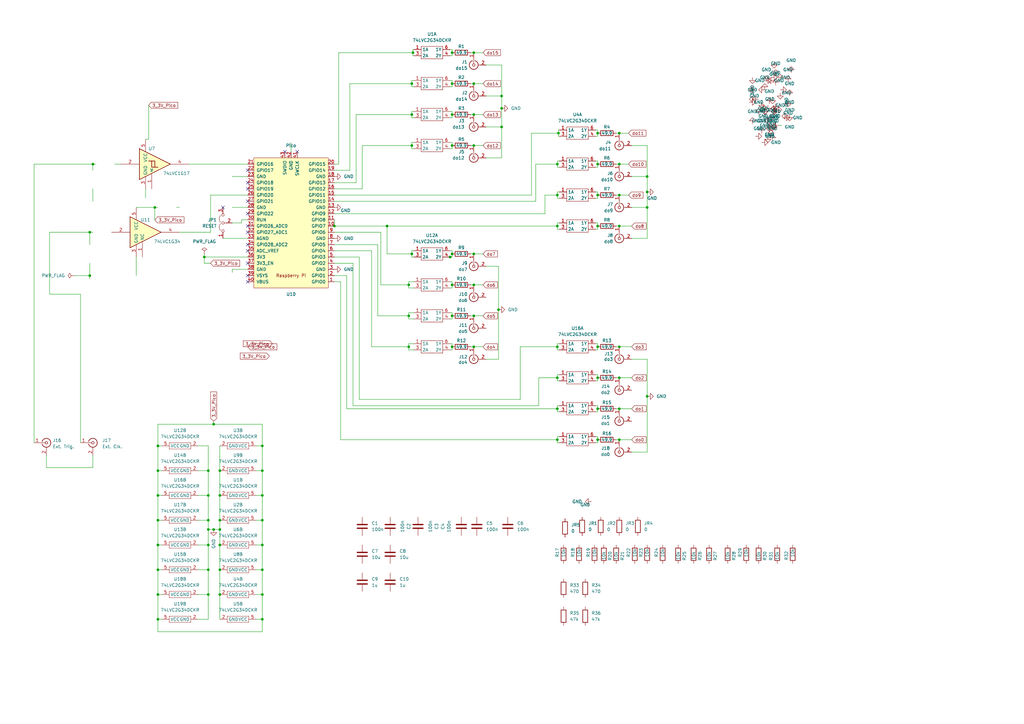
<source format=kicad_sch>
(kicad_sch (version 20230121) (generator eeschema)
  (paper "A3")
  (title_block (title "Prawn DO Breakout") (date "2024-01-19") (rev "01") (company "US Army Research Laboratory") (comment 1 "Email: david.h.meyer3.civ@army.mil") (comment 2 "Original Design By: David Meyer"))
  (junction (at 83.82 105.41))
  (junction (at 205.74 39.37))
  (junction (at 63.5 85.09))
  (junction (at 194.31 21.59))
  (junction (at 228.6 92.71))
  (junction (at 90.17 193.04))
  (junction (at 137.16 92.71))
  (junction (at 185.42 46.99))
  (junction (at 168.91 46.99))
  (junction (at 254 54.61))
  (junction (at 265.43 85.09))
  (junction (at 194.31 116.84))
  (junction (at 228.6 142.24))
  (junction (at 169.37 21.59))
  (junction (at 168.91 104.14))
  (junction (at 167.64 129.54))
  (junction (at 245.11 142.24))
  (junction (at 245.11 180.34))
  (junction (at 194.31 142.24))
  (junction (at 107.6 213.36))
  (junction (at 245.11 54.61))
  (junction (at 265.43 162.56))
  (junction (at 158.75 92.71))
  (junction (at 85.44 243.84))
  (junction (at 245.11 92.71))
  (junction (at 38.1 67.31))
  (junction (at 245.11 67.31))
  (junction (at 185.42 116.84))
  (junction (at 64.77 203.2))
  (junction (at 185.42 142.24))
  (junction (at 254 142.24))
  (junction (at 107.6 223.52))
  (junction (at 85.44 193.04))
  (junction (at 107.6 243.84))
  (junction (at 107.6 254))
  (junction (at 205.74 44.45))
  (junction (at 90.17 217.17))
  (junction (at 245.11 167.64))
  (junction (at 245.11 80.01))
  (junction (at 85.44 233.68))
  (junction (at 64.77 233.68))
  (junction (at 85.44 223.52))
  (junction (at 254 80.01))
  (junction (at 185.42 104.14))
  (junction (at 254 92.71))
  (junction (at 205.74 52.07))
  (junction (at 228.6 80.01))
  (junction (at 185.42 34.29))
  (junction (at 185.42 21.59))
  (junction (at 107.6 203.2))
  (junction (at 90.17 203.2))
  (junction (at 194.31 59.69))
  (junction (at 228.6 67.31))
  (junction (at 254 67.31))
  (junction (at 194.31 46.99))
  (junction (at 228.6 180.34))
  (junction (at 254 167.64))
  (junction (at 64.77 223.52))
  (junction (at 265.43 78.74))
  (junction (at 85.44 217.17))
  (junction (at 167.64 142.24))
  (junction (at 36.83 95.25))
  (junction (at 254 154.94))
  (junction (at 167.64 116.84))
  (junction (at 87.63 217.17))
  (junction (at 87.63 173.99))
  (junction (at 64.77 193.04))
  (junction (at 204.47 127))
  (junction (at 36.83 113.03))
  (junction (at 107.6 182.88))
  (junction (at 90.17 213.36))
  (junction (at 265.43 72.39))
  (junction (at 194.31 34.29))
  (junction (at 90.17 243.84))
  (junction (at 64.77 254))
  (junction (at 64.77 243.84))
  (junction (at 194.31 129.54))
  (junction (at 107.6 193.04))
  (junction (at 228.6 154.94))
  (junction (at 64.77 182.88))
  (junction (at 107.6 233.68))
  (junction (at 90.17 233.68))
  (junction (at 185.42 129.54))
  (junction (at 194.31 104.14))
  (junction (at 90.17 223.52))
  (junction (at 228.6 167.64))
  (junction (at 168.91 59.69))
  (junction (at 168.91 34.29))
  (junction (at 184.61 105.41))
  (junction (at 254 180.34))
  (junction (at 85.44 213.36))
  (junction (at 85.44 203.2))
  (junction (at 245.11 154.94))
  (junction (at 64.77 213.36))
  (junction (at 229.06 54.61))
  (junction (at 185.42 59.69))
  (no_connect (at 101.6 77.47))
  (no_connect (at 116.84 62.23))
  (no_connect (at 101.6 113.03))
  (no_connect (at 101.6 82.55))
  (no_connect (at 101.6 100.33))
  (no_connect (at 101.6 69.85))
  (no_connect (at 101.6 87.63))
  (no_connect (at 101.6 74.93))
  (no_connect (at 101.6 107.95))
  (no_connect (at 121.92 62.23))
  (no_connect (at 101.6 102.87))
  (no_connect (at 101.6 92.71))
  (no_connect (at 101.6 95.25))
  (no_connect (at 91.44 85.09))
  (no_connect (at 101.6 115.57))
  (wire (pts (xy 254 80.01) (xy 252.73 80.01)))
  (wire (pts (xy 254 80.01) (xy 257.81 80.01)))
  (wire (pts (xy 85.44 193.04) (xy 85.44 203.2)))
  (wire (pts (xy 194.31 129.54) (xy 198.12 129.54)))
  (wire (pts (xy 64.77 193.04) (xy 64.77 203.2)))
  (wire (pts (xy 59.69 77.47) (xy 59.69 81.28)))
  (wire (pts (xy 184.61 115.57) (xy 185.42 115.57)))
  (wire (pts (xy 85.44 182.88) (xy 85.44 193.04)))
  (wire (pts (xy 254 142.24) (xy 259.08 142.24)))
  (wire (pts (xy 144.78 107.95) (xy 144.78 166.37)))
  (wire (pts (xy 229.41 91.44) (xy 228.6 91.44)))
  (wire (pts (xy 245.11 153.67) (xy 245.11 154.94)))
  (wire (pts (xy 229.41 168.91) (xy 228.6 168.91)))
  (wire (pts (xy 244.3 78.74) (xy 245.11 78.74)))
  (wire (pts (xy 220.98 166.37) (xy 220.98 154.94)))
  (wire (pts (xy 99.06 91.44) (xy 99.06 90.17)))
  (wire (pts (xy 167.64 140.97) (xy 169.72 140.97)))
  (wire (pts (xy 168.91 59.69) (xy 168.91 58.42)))
  (wire (pts (xy 64.77 223.52) (xy 64.77 233.68)))
  (wire (pts (xy 184.61 20.32) (xy 185.42 20.32)))
  (wire (pts (xy 217.98 54.61) (xy 229.06 54.61)))
  (wire (pts (xy 64.77 233.68) (xy 64.77 243.84)))
  (wire (pts (xy 244.3 179.07) (xy 245.11 179.07)))
  (wire (pts (xy 259.08 72.39) (xy 265.43 72.39)))
  (wire (pts (xy 245.11 180.34) (xy 245.11 181.61)))
  (wire (pts (xy 254 154.94) (xy 259.08 154.94)))
  (wire (pts (xy 85.44 213.36) (xy 85.44 217.17)))
  (wire (pts (xy 244.3 66.04) (xy 245.11 66.04)))
  (wire (pts (xy 252.73 167.64) (xy 254 167.64)))
  (wire (pts (xy 245.11 166.37) (xy 245.11 167.64)))
  (wire (pts (xy 139.7 180.34) (xy 228.6 180.34)))
  (wire (pts (xy 20.32 120.65) (xy 20.32 95.25)))
  (wire (pts (xy 213.36 142.24) (xy 228.6 142.24)))
  (wire (pts (xy 244.3 140.97) (xy 245.11 140.97)))
  (wire (pts (xy 81.28 193.04) (xy 85.44 193.04)))
  (wire (pts (xy 229.06 55.88) (xy 229.41 55.88)))
  (wire (pts (xy 64.77 203.2) (xy 64.77 213.36)))
  (wire (pts (xy 312.42 44.45) (xy 312.42 45.72)))
  (wire (pts (xy 143.51 34.29) (xy 143.51 69.85)))
  (wire (pts (xy 168.91 59.69) (xy 168.91 60.96)))
  (wire (pts (xy 86.36 95.25) (xy 86.36 80.01)))
  (wire (pts (xy 20.32 95.25) (xy 36.83 95.25)))
  (wire (pts (xy 194.31 142.24) (xy 198.12 142.24)))
  (wire (pts (xy 185.42 33.02) (xy 185.42 34.29)))
  (wire (pts (xy 229.06 53.34) (xy 229.41 53.34)))
  (wire (pts (xy 219.71 67.31) (xy 228.6 67.31)))
  (wire (pts (xy 252.73 180.34) (xy 254 180.34)))
  (wire (pts (xy 228.6 156.21) (xy 229.41 156.21)))
  (wire (pts (xy 90.17 213.36) (xy 90.17 217.17)))
  (wire (pts (xy 244.3 143.51) (xy 245.11 143.51)))
  (wire (pts (xy 205.74 26.67) (xy 199.39 26.67)))
  (wire (pts (xy 137.16 67.31) (xy 138.89 67.31)))
  (wire (pts (xy 107.6 193.04) (xy 107.6 203.2)))
  (wire (pts (xy 194.31 59.69) (xy 198.12 59.69)))
  (wire (pts (xy 38.1 67.31) (xy 38.1 69.85)))
  (wire (pts (xy 19.05 186.69) (xy 19.05 191.77)))
  (wire (pts (xy 169.72 22.86) (xy 169.37 22.86)))
  (wire (pts (xy 64.77 254) (xy 64.77 259.08)))
  (wire (pts (xy 146.05 46.99) (xy 146.05 74.93)))
  (wire (pts (xy 83.82 105.41) (xy 83.82 107.95)))
  (wire (pts (xy 259.08 85.09) (xy 265.43 85.09)))
  (wire (pts (xy 184.61 33.02) (xy 185.42 33.02)))
  (wire (pts (xy 252.73 142.24) (xy 254 142.24)))
  (wire (pts (xy 167.64 118.11) (xy 169.72 118.11)))
  (wire (pts (xy 81.28 182.88) (xy 85.44 182.88)))
  (wire (pts (xy 245.11 66.04) (xy 245.11 67.31)))
  (wire (pts (xy 244.3 168.91) (xy 245.11 168.91)))
  (wire (pts (xy 244.3 81.28) (xy 245.11 81.28)))
  (wire (pts (xy 244.3 93.98) (xy 245.11 93.98)))
  (wire (pts (xy 158.75 104.14) (xy 168.91 104.14)))
  (wire (pts (xy 81.28 223.52) (xy 85.44 223.52)))
  (wire (pts (xy 85.44 203.2) (xy 85.44 213.36)))
  (wire (pts (xy 320.675 51.435) (xy 319.405 51.435)))
  (wire (pts (xy 91.44 97.79) (xy 101.6 97.79)))
  (wire (pts (xy 87.63 217.17) (xy 85.44 217.17)))
  (wire (pts (xy 90.17 203.2) (xy 90.17 213.36)))
  (wire (pts (xy 66.39 243.84) (xy 64.77 243.84)))
  (wire (pts (xy 193.04 46.99) (xy 194.31 46.99)))
  (wire (pts (xy 313.69 44.45) (xy 312.42 44.45)))
  (wire (pts (xy 205.74 52.07) (xy 205.74 64.77)))
  (wire (pts (xy 185.42 45.72) (xy 185.42 46.99)))
  (wire (pts (xy 139.7 115.57) (xy 139.7 180.34)))
  (wire (pts (xy 137.16 69.85) (xy 143.51 69.85)))
  (wire (pts (xy 252.73 54.61) (xy 254 54.61)))
  (wire (pts (xy 184.61 22.86) (xy 185.42 22.86)))
  (wire (pts (xy 245.11 54.61) (xy 245.11 55.88)))
  (wire (pts (xy 87.63 173.99) (xy 64.77 173.99)))
  (wire (pts (xy 33.02 120.65) (xy 20.32 120.65)))
  (wire (pts (xy 13.97 181.61) (xy 13.97 67.31)))
  (wire (pts (xy 143.51 34.29) (xy 168.91 34.29)))
  (wire (pts (xy 228.6 179.07) (xy 229.41 179.07)))
  (wire (pts (xy 228.6 80.01) (xy 228.6 78.74)))
  (wire (pts (xy 185.42 34.29) (xy 185.42 35.56)))
  (wire (pts (xy 168.91 46.99) (xy 168.91 45.72)))
  (wire (pts (xy 137.16 92.71) (xy 137.16 90.17)))
  (wire (pts (xy 107.6 203.2) (xy 107.6 213.36)))
  (wire (pts (xy 105.06 182.88) (xy 107.6 182.88)))
  (wire (pts (xy 228.6 81.28) (xy 229.41 81.28)))
  (wire (pts (xy 90.17 217.17) (xy 87.63 217.17)))
  (wire (pts (xy 167.64 129.54) (xy 167.64 130.81)))
  (wire (pts (xy 81.28 213.36) (xy 85.44 213.36)))
  (wire (pts (xy 66.39 182.88) (xy 64.77 182.88)))
  (wire (pts (xy 167.64 143.51) (xy 169.72 143.51)))
  (wire (pts (xy 66.39 254) (xy 64.77 254)))
  (wire (pts (xy 105.06 213.36) (xy 107.6 213.36)))
  (wire (pts (xy 184.61 130.81) (xy 185.42 130.81)))
  (wire (pts (xy 228.6 68.58) (xy 229.41 68.58)))
  (wire (pts (xy 148.59 59.69) (xy 168.91 59.69)))
  (wire (pts (xy 254 167.64) (xy 259.08 167.64)))
  (wire (pts (xy 137.16 77.47) (xy 148.59 77.47)))
  (wire (pts (xy 168.91 33.02) (xy 169.72 33.02)))
  (wire (pts (xy 137.16 82.55) (xy 219.71 82.55)))
  (wire (pts (xy 66.39 203.2) (xy 64.77 203.2)))
  (wire (pts (xy 105.06 233.68) (xy 107.6 233.68)))
  (wire (pts (xy 168.91 102.87) (xy 168.91 104.14)))
  (wire (pts (xy 142.24 113.03) (xy 142.24 167.64)))
  (wire (pts (xy 254 180.34) (xy 259.08 180.34)))
  (wire (pts (xy 59.69 57.15) (xy 60.96 57.15)))
  (wire (pts (xy 245.11 167.64) (xy 245.11 168.91)))
  (wire (pts (xy 36.83 95.25) (xy 36.83 100.33)))
  (wire (pts (xy 219.71 67.31) (xy 219.71 82.55)))
  (wire (pts (xy 169.72 48.26) (xy 168.91 48.26)))
  (wire (pts (xy 83.82 107.95) (xy 86.36 107.95)))
  (wire (pts (xy 185.42 46.99) (xy 185.42 48.26)))
  (wire (pts (xy 168.91 46.99) (xy 168.91 48.26)))
  (wire (pts (xy 229.06 54.61) (xy 229.06 53.34)))
  (wire (pts (xy 194.31 34.29) (xy 198.12 34.29)))
  (wire (pts (xy 223.52 80.01) (xy 223.52 87.63)))
  (wire (pts (xy 90.17 243.84) (xy 90.17 254)))
  (wire (pts (xy 184.61 143.51) (xy 185.42 143.51)))
  (wire (pts (xy 254 67.31) (xy 257.81 67.31)))
  (wire (pts (xy 55.88 105.41) (xy 55.88 113.03)))
  (wire (pts (xy 184.61 60.96) (xy 185.42 60.96)))
  (wire (pts (xy 245.11 142.24) (xy 245.11 143.51)))
  (wire (pts (xy 228.6 154.94) (xy 228.6 153.67)))
  (wire (pts (xy 167.64 128.27) (xy 169.72 128.27)))
  (wire (pts (xy 107.6 213.36) (xy 107.6 223.52)))
  (wire (pts (xy 193.04 59.69) (xy 194.31 59.69)))
  (wire (pts (xy 245.11 80.01) (xy 245.11 81.28)))
  (wire (pts (xy 184.61 35.56) (xy 185.42 35.56)))
  (wire (pts (xy 64.77 182.88) (xy 64.77 193.04)))
  (wire (pts (xy 38.1 77.47) (xy 38.1 82.55)))
  (wire (pts (xy 199.39 39.37) (xy 205.74 39.37)))
  (wire (pts (xy 95.25 91.44) (xy 99.06 91.44)))
  (wire (pts (xy 254 92.71) (xy 252.73 92.71)))
  (wire (pts (xy 185.42 128.27) (xy 185.42 129.54)))
  (wire (pts (xy 254 92.71) (xy 259.08 92.71)))
  (wire (pts (xy 185.42 116.84) (xy 185.42 118.11)))
  (wire (pts (xy 254 67.31) (xy 252.73 67.31)))
  (wire (pts (xy 244.3 181.61) (xy 245.11 181.61)))
  (wire (pts (xy 185.42 59.69) (xy 185.42 60.96)))
  (wire (pts (xy 105.06 193.04) (xy 107.6 193.04)))
  (wire (pts (xy 228.6 167.64) (xy 228.6 168.91)))
  (wire (pts (xy 244.3 53.34) (xy 245.11 53.34)))
  (wire (pts (xy 184.61 118.11) (xy 185.42 118.11)))
  (wire (pts (xy 228.6 92.71) (xy 228.6 93.98)))
  (wire (pts (xy 254 54.61) (xy 257.81 54.61)))
  (wire (pts (xy 137.16 95.25) (xy 156.21 95.25)))
  (wire (pts (xy 85.44 243.84) (xy 85.44 254)))
  (wire (pts (xy 185.42 22.86) (xy 185.42 21.59)))
  (wire (pts (xy 185.42 115.57) (xy 185.42 116.84)))
  (wire (pts (xy 107.6 223.52) (xy 107.6 233.68)))
  (wire (pts (xy 147.32 163.83) (xy 213.36 163.83)))
  (wire (pts (xy 184.61 105.41) (xy 185.42 105.41)))
  (wire (pts (xy 193.04 116.84) (xy 194.31 116.84)))
  (wire (pts (xy 107.6 243.84) (xy 107.6 254)))
  (wire (pts (xy 244.3 55.88) (xy 245.11 55.88)))
  (wire (pts (xy 229.41 143.51) (xy 228.6 143.51)))
  (wire (pts (xy 184.61 128.27) (xy 185.42 128.27)))
  (wire (pts (xy 228.6 80.01) (xy 228.6 81.28)))
  (wire (pts (xy 105.06 223.52) (xy 107.6 223.52)))
  (wire (pts (xy 90.17 217.17) (xy 90.17 223.52)))
  (wire (pts (xy 193.04 34.29) (xy 194.31 34.29)))
  (wire (pts (xy 99.06 90.17) (xy 101.6 90.17)))
  (wire (pts (xy 137.16 92.71) (xy 158.75 92.71)))
  (wire (pts (xy 228.6 66.04) (xy 229.41 66.04)))
  (wire (pts (xy 184.61 48.26) (xy 185.42 48.26)))
  (wire (pts (xy 85.44 217.17) (xy 85.44 223.52)))
  (wire (pts (xy 137.16 74.93) (xy 146.05 74.93)))
  (wire (pts (xy 83.82 104.14) (xy 83.82 105.41)))
  (wire (pts (xy 105.06 243.84) (xy 107.6 243.84)))
  (wire (pts (xy 194.31 104.14) (xy 198.12 104.14)))
  (wire (pts (xy 204.47 147.32) (xy 199.39 147.32)))
  (wire (pts (xy 137.16 113.03) (xy 142.24 113.03)))
  (wire (pts (xy 220.98 154.94) (xy 228.6 154.94)))
  (wire (pts (xy 63.5 85.09) (xy 63.5 90.17)))
  (wire (pts (xy 167.64 140.97) (xy 167.64 142.24)))
  (wire (pts (xy 185.42 102.87) (xy 184.658 102.87)))
  (wire (pts (xy 36.83 107.95) (xy 36.83 113.03)))
  (wire (pts (xy 185.42 142.24) (xy 185.42 140.97)))
  (wire (pts (xy 199.39 52.07) (xy 205.74 52.07)))
  (wire (pts (xy 199.39 109.22) (xy 204.47 109.22)))
  (wire (pts (xy 205.74 39.37) (xy 205.74 44.45)))
  (wire (pts (xy 55.88 85.09) (xy 63.5 85.09)))
  (wire (pts (xy 185.42 104.14) (xy 185.42 105.41)))
  (wire (pts (xy 185.42 143.51) (xy 185.42 142.24)))
  (wire (pts (xy 252.73 154.94) (xy 254 154.94)))
  (wire (pts (xy 144.78 166.37) (xy 220.98 166.37)))
  (wire (pts (xy 46.99 67.31) (xy 49.53 67.31)))
  (wire (pts (xy 63.5 85.09) (xy 64.77 85.09)))
  (wire (pts (xy 217.98 54.61) (xy 217.98 80.01)))
  (wire (pts (xy 148.59 59.69) (xy 148.59 77.47)))
  (wire (pts (xy 95.25 72.39) (xy 101.6 72.39)))
  (wire (pts (xy 85.44 254) (xy 81.28 254)))
  (wire (pts (xy 184.61 45.72) (xy 185.42 45.72)))
  (wire (pts (xy 137.16 80.01) (xy 217.98 80.01)))
  (wire (pts (xy 137.16 105.41) (xy 147.32 105.41)))
  (wire (pts (xy 185.42 21.59) (xy 185.42 20.32)))
  (wire (pts (xy 168.91 33.02) (xy 168.91 34.29)))
  (wire (pts (xy 185.42 129.54) (xy 185.42 130.81)))
  (wire (pts (xy 66.39 193.04) (xy 64.77 193.04)))
  (wire (pts (xy 193.04 142.24) (xy 194.31 142.24)))
  (wire (pts (xy 204.47 109.22) (xy 204.47 127)))
  (wire (pts (xy 185.42 102.87) (xy 185.42 104.14)))
  (wire (pts (xy 259.08 97.79) (xy 265.43 97.79)))
  (wire (pts (xy 228.6 180.34) (xy 228.6 179.07)))
  (wire (pts (xy 13.97 67.31) (xy 38.1 67.31)))
  (wire (pts (xy 152.4 102.87) (xy 152.4 142.24)))
  (wire (pts (xy 265.43 72.39) (xy 265.43 78.74)))
  (wire (pts (xy 38.1 186.69) (xy 38.1 191.77)))
  (wire (pts (xy 158.75 92.71) (xy 228.6 92.71)))
  (wire (pts (xy 245.11 92.71) (xy 245.11 91.44)))
  (wire (pts (xy 30.48 113.03) (xy 36.83 113.03)))
  (wire (pts (xy 77.47 67.31) (xy 101.6 67.31)))
  (wire (pts (xy 146.05 46.99) (xy 168.91 46.99)))
  (wire (pts (xy 64.77 173.99) (xy 64.77 182.88)))
  (wire (pts (xy 38.1 67.31) (xy 39.37 67.31)))
  (wire (pts (xy 83.82 105.41) (xy 101.6 105.41)))
  (wire (pts (xy 244.3 166.37) (xy 245.11 166.37)))
  (wire (pts (xy 138.89 21.59) (xy 169.37 21.59)))
  (wire (pts (xy 139.7 115.57) (xy 137.16 115.57)))
  (wire (pts (xy 66.39 213.36) (xy 64.77 213.36)))
  (wire (pts (xy 245.11 154.94) (xy 245.11 156.21)))
  (wire (pts (xy 154.94 129.54) (xy 167.64 129.54)))
  (wire (pts (xy 194.31 46.99) (xy 198.12 46.99)))
  (wire (pts (xy 168.91 105.41) (xy 169.72 105.41)))
  (wire (pts (xy 229.41 78.74) (xy 228.6 78.74)))
  (wire (pts (xy 193.04 129.54) (xy 194.31 129.54)))
  (wire (pts (xy 244.3 153.67) (xy 245.11 153.67)))
  (wire (pts (xy 184.531 105.41) (xy 184.61 105.41)))
  (wire (pts (xy 194.31 21.59) (xy 198.12 21.59)))
  (wire (pts (xy 137.16 87.63) (xy 223.52 87.63)))
  (wire (pts (xy 168.91 45.72) (xy 169.72 45.72)))
  (wire (pts (xy 72.39 85.09) (xy 73.66 85.09)))
  (wire (pts (xy 229.41 181.61) (xy 228.6 181.61)))
  (wire (pts (xy 168.91 34.29) (xy 168.91 35.56)))
  (wire (pts (xy 185.42 58.42) (xy 185.42 59.69)))
  (wire (pts (xy 194.31 116.84) (xy 198.12 116.84)))
  (wire (pts (xy 81.28 233.68) (xy 85.44 233.68)))
  (wire (pts (xy 60.96 43.18) (xy 60.96 57.15)))
  (wire (pts (xy 137.16 107.95) (xy 144.78 107.95)))
  (wire (pts (xy 167.64 142.24) (xy 167.64 143.51)))
  (wire (pts (xy 228.6 143.51) (xy 228.6 142.24)))
  (wire (pts (xy 245.11 54.61) (xy 245.11 53.34)))
  (wire (pts (xy 244.3 156.21) (xy 245.11 156.21)))
  (wire (pts (xy 169.37 21.59) (xy 169.37 20.32)))
  (wire (pts (xy 156.21 116.84) (xy 167.64 116.84)))
  (wire (pts (xy 168.91 58.42) (xy 169.72 58.42)))
  (wire (pts (xy 73.66 95.25) (xy 86.36 95.25)))
  (wire (pts (xy 228.6 154.94) (xy 228.6 156.21)))
  (wire (pts (xy 90.17 223.52) (xy 90.17 233.68)))
  (wire (pts (xy 169.72 60.96) (xy 168.91 60.96)))
  (wire (pts (xy 245.11 179.07) (xy 245.11 180.34)))
  (wire (pts (xy 245.11 140.97) (xy 245.11 142.24)))
  (wire (pts (xy 265.43 185.42) (xy 259.08 185.42)))
  (wire (pts (xy 228.6 92.71) (xy 228.6 91.44)))
  (wire (pts (xy 205.74 44.45) (xy 205.74 52.07)))
  (wire (pts (xy 228.6 93.98) (xy 229.41 93.98)))
  (wire (pts (xy 119.38 62.23) (xy 119.38 58.42)))
  (wire (pts (xy 142.24 167.64) (xy 228.6 167.64)))
  (wire (pts (xy 228.6 166.37) (xy 229.41 166.37)))
  (wire (pts (xy 33.02 181.61) (xy 33.02 120.65)))
  (wire (pts (xy 86.36 80.01) (xy 101.6 80.01)))
  (wire (pts (xy 66.39 223.52) (xy 64.77 223.52)))
  (wire (pts (xy 228.6 166.37) (xy 228.6 167.64)))
  (wire (pts (xy 107.6 173.99) (xy 107.6 182.88)))
  (wire (pts (xy 244.3 91.44) (xy 245.11 91.44)))
  (wire (pts (xy 223.52 80.01) (xy 228.6 80.01)))
  (wire (pts (xy 184.61 140.97) (xy 185.42 140.97)))
  (wire (pts (xy 265.43 147.32) (xy 265.43 162.56)))
  (wire (pts (xy 259.08 59.69) (xy 265.43 59.69)))
  (wire (pts (xy 158.75 92.71) (xy 158.75 104.14)))
  (wire (pts (xy 81.28 203.2) (xy 85.44 203.2)))
  (wire (pts (xy 107.6 173.99) (xy 87.63 173.99)))
  (wire (pts (xy 167.64 129.54) (xy 167.64 128.27)))
  (wire (pts (xy 168.91 104.14) (xy 168.91 105.41)))
  (wire (pts (xy 152.4 142.24) (xy 167.64 142.24)))
  (wire (pts (xy 205.74 64.77) (xy 199.39 64.77)))
  (wire (pts (xy 259.08 147.32) (xy 265.43 147.32)))
  (wire (pts (xy 265.43 85.09) (xy 265.43 97.79)))
  (wire (pts (xy 205.74 26.67) (xy 205.74 39.37)))
  (wire (pts (xy 85.44 223.52) (xy 85.44 233.68)))
  (wire (pts (xy 229.06 55.88) (xy 229.06 54.61)))
  (wire (pts (xy 107.6 254) (xy 107.6 259.08)))
  (wire (pts (xy 265.43 78.74) (xy 265.43 85.09)))
  (wire (pts (xy 95.25 110.49) (xy 95.25 111.76)))
  (wire (pts (xy 107.6 233.68) (xy 107.6 243.84)))
  (wire (pts (xy 87.63 172.72) (xy 87.63 173.99)))
  (wire (pts (xy 64.77 259.08) (xy 107.6 259.08)))
  (wire (pts (xy 101.6 110.49) (xy 95.25 110.49)))
  (wire (pts (xy 169.72 102.87) (xy 168.91 102.87)))
  (wire (pts (xy 204.47 127) (xy 204.47 147.32)))
  (wire (pts (xy 167.64 115.57) (xy 167.64 116.84)))
  (wire (pts (xy 245.11 67.31) (xy 245.11 68.58)))
  (wire (pts (xy 105.06 254) (xy 107.6 254)))
  (wire (pts (xy 193.04 104.14) (xy 194.31 104.14)))
  (wire (pts (xy 167.64 115.57) (xy 169.72 115.57)))
  (wire (pts (xy 265.43 59.69) (xy 265.43 72.39)))
  (wire (pts (xy 64.77 213.36) (xy 64.77 223.52)))
  (wire (pts (xy 167.64 116.84) (xy 167.64 118.11)))
  (wire (pts (xy 81.28 243.84) (xy 85.44 243.84)))
  (wire (pts (xy 105.06 203.2) (xy 107.6 203.2)))
  (wire (pts (xy 154.94 100.33) (xy 154.94 129.54)))
  (wire (pts (xy 245.11 93.98) (xy 245.11 92.71)))
  (wire (pts (xy 228.6 140.97) (xy 229.41 140.97)))
  (wire (pts (xy 228.6 142.24) (xy 228.6 140.97)))
  (wire (pts (xy 36.83 113.03) (xy 36.83 114.3)))
  (wire (pts (xy 168.91 35.56) (xy 169.72 35.56)))
  (wire (pts (xy 138.89 21.59) (xy 138.89 67.31)))
  (wire (pts (xy 228.6 181.61) (xy 228.6 180.34)))
  (wire (pts (xy 66.39 233.68) (xy 64.77 233.68)))
  (wire (pts (xy 244.3 68.58) (xy 245.11 68.58)))
  (wire (pts (xy 169.37 20.32) (xy 169.72 20.32)))
  (wire (pts (xy 193.04 21.59) (xy 194.31 21.59)))
  (wire (pts (xy 167.64 130.81) (xy 169.72 130.81)))
  (wire (pts (xy 85.44 233.68) (xy 85.44 243.84)))
  (wire (pts (xy 90.17 233.68) (xy 90.17 243.84)))
  (wire (pts (xy 95.25 85.09) (xy 101.6 85.09)))
  (wire (pts (xy 265.43 162.56) (xy 265.43 185.42)))
  (wire (pts (xy 228.6 67.31) (xy 228.6 68.58)))
  (wire (pts (xy 147.32 105.41) (xy 147.32 163.83)))
  (wire (pts (xy 245.11 78.74) (xy 245.11 80.01)))
  (wire (pts (xy 90.17 182.88) (xy 90.17 193.04)))
  (wire (pts (xy 19.05 191.77) (xy 38.1 191.77)))
  (wire (pts (xy 90.17 193.04) (xy 90.17 203.2)))
  (wire (pts (xy 137.16 102.87) (xy 152.4 102.87)))
  (wire (pts (xy 228.6 153.67) (xy 229.41 153.67)))
  (wire (pts (xy 169.37 21.59) (xy 169.37 22.86)))
  (wire (pts (xy 137.16 100.33) (xy 154.94 100.33)))
  (wire (pts (xy 184.61 58.42) (xy 185.42 58.42)))
  (wire (pts (xy 107.6 182.88) (xy 107.6 193.04)))
  (wire (pts (xy 156.21 95.25) (xy 156.21 116.84)))
  (wire (pts (xy 64.77 243.84) (xy 64.77 254)))
  (wire (pts (xy 228.6 67.31) (xy 228.6 66.04)))
  (wire (pts (xy 36.83 95.25) (xy 38.1 95.25)))
  (wire (pts (xy 213.36 163.83) (xy 213.36 142.24)))
  (global_label "do13" (shape input) (at 198.12 46.99 0) (property "Intersheetrefs" "${INTERSHEET_REFS}" (effects hide)))
  (global_label "3_3V_Pico" (shape input) (at 60.96 43.18 0) (property "Intersheetrefs" "${INTERSHEET_REFS}" (effects hide)))
  (global_label "do4" (shape input) (at 198.12 142.24 0) (property "Intersheetrefs" "${INTERSHEET_REFS}" (effects hide)))
  (global_label "do12" (shape input) (at 198.12 59.69 0) (property "Intersheetrefs" "${INTERSHEET_REFS}" (effects hide)))
  (global_label "do15" (shape input) (at 198.12 21.59 0) (property "Intersheetrefs" "${INTERSHEET_REFS}" (effects hide)))
  (global_label "do2" (shape input) (at 259.08 154.94 0) (property "Intersheetrefs" "${INTERSHEET_REFS}" (effects hide)))
  (global_label "do3" (shape input) (at 259.08 142.24 0) (property "Intersheetrefs" "${INTERSHEET_REFS}" (effects hide)))
  (global_label "3_3V_Pico" (shape input) (at 86.36 107.95 0) (property "Intersheetrefs" "${INTERSHEET_REFS}" (effects hide)))
  (global_label "do7" (shape input) (at 198.12 104.14 0) (property "Intersheetrefs" "${INTERSHEET_REFS}" (effects hide)))
  (global_label "3_3V_Pico" (shape input) (at 101.6 142.24 0) (property "Intersheetrefs" "${INTERSHEET_REFS}" (effects hide)))
  (global_label "do9" (shape input) (at 257.81 80.01 0) (property "Intersheetrefs" "${INTERSHEET_REFS}" (effects hide)))
  (global_label "3_3V_Pico" (shape input) (at 110.49 146.05 180) (property "Intersheetrefs" "${INTERSHEET_REFS}" (effects hide)))
  (global_label "do5" (shape input) (at 198.12 129.54 0) (property "Intersheetrefs" "${INTERSHEET_REFS}" (effects hide)))
  (global_label "3_3V_Pico" (shape input) (at 111.76 140.97 180) (property "Intersheetrefs" "${INTERSHEET_REFS}" (effects hide)))
  (global_label "do0" (shape input) (at 259.08 180.34 0) (property "Intersheetrefs" "${INTERSHEET_REFS}" (effects hide)))
  (global_label "3_3V_Pico" (shape input) (at 87.63 172.72 90) (property "Intersheetrefs" "${INTERSHEET_REFS}" (effects hide)))
  (global_label "do10" (shape input) (at 257.81 67.31 0) (property "Intersheetrefs" "${INTERSHEET_REFS}" (effects hide)))
  (global_label "3_3V_Pico" (shape input) (at 63.5 90.17 0) (property "Intersheetrefs" "${INTERSHEET_REFS}" (effects hide)))
  (global_label "do14" (shape input) (at 198.12 34.29 0) (property "Intersheetrefs" "${INTERSHEET_REFS}" (effects hide)))
  (global_label "do8" (shape input) (at 259.08 92.71 0) (property "Intersheetrefs" "${INTERSHEET_REFS}" (effects hide)))
  (global_label "do1" (shape input) (at 259.08 167.64 0) (property "Intersheetrefs" "${INTERSHEET_REFS}" (effects hide)))
  (global_label "do6" (shape input) (at 198.12 116.84 0) (property "Intersheetrefs" "${INTERSHEET_REFS}" (effects hide)))
  (global_label "do11" (shape input) (at 257.81 54.61 0) (property "Intersheetrefs" "${INTERSHEET_REFS}" (effects hide)))
  (symbol (lib_id "Connector:Conn_Coaxial") (at 38.1 181.61 0) (unit 1)
    (property "Reference" "J17" (at 41.91 180.6332 0) (effects (justify left)))
    (property "Value" "Ext. Clk." (at 41.91 183.1732 0) (effects (justify left)))
    (property "Footprint" "Connector_Coaxial:SMA_Amphenol_132289_EdgeMount" (effects hide))
    (property "Datasheet" " ~" (effects hide))
  )
  (symbol (lib_id "Device:C") (at 195.58 215.9 0) (unit 1)
    (property "Reference" "C5" (at 199.39 214.63 0) (effects (justify left)))
    (property "Value" "100n" (at 199.39 217.17 0) (effects (justify left)))
    (property "Footprint" "Capacitor_SMD:C_0805_2012Metric_Pad1.18x1.45mm_HandSolder" (effects hide))
  )
  (symbol (lib_id "Device:R") (at 240.03 252.73 0) (unit 1)
    (property "Reference" "R36" (at 242.57 251.46 0) (effects (justify left)))
    (property "Value" "47k" (at 242.57 254 0) (effects (justify left)))
    (property "Footprint" "Resistor_SMD:R_1206_3216Metric_Pad1.30x1.75mm_HandSolder" (effects hide))
  )
  (symbol (lib_id "Connector:Conn_Coaxial") (at 254 172.72 90) (mirror x) (unit 1)
    (property "Reference" "J15" (at 250.19 171.1325 90) (effects (justify left)))
    (property "Value" "do1" (at 250.19 173.6725 90) (effects (justify left)))
    (property "Footprint" "Connector_Coaxial:SMA_Amphenol_132289_EdgeMount" (effects hide))
    (property "Datasheet" " ~" (effects hide))
  )
  (symbol (lib_id "74LVC2G34DCKR:74LVC2G34DCKR__-Split") (at 177.8 41.91 0) (unit 1)
    (property "Reference" "U3" (effects hide))
    (property "Value" "74LVC2G34DCKR" (effects hide))
    (property "Footprint" "74LVC2G34DKCR:74LVC2G34DKCR" (effects hide))
    (property "Datasheet" "https://www.ti.com/lit/ds/symlink/sn74lvc2g34.pdf?HQS=dis-dk-null-digikeymode-dsf-pf-null-wwe&ts=1710505017902&ref_url=https%253A%252F%252Fwww.ti.com%252Fgeneral%252Fdocs%252Fsuppproductinfo.tsp%253FdistId%253D10%2526gotoUrl%253Dhttps%253A%252F%252Fwww.ti.com%252Flit%252Fgpn%252Fsn74lvc2g34" (effects hide))
  )
  (symbol (lib_id "power:GND") (at 312.42 41.91 0) (unit 1)
    (property "Reference" "#PWR023" (effects hide))
    (property "Value" "GND" (at 309.88 45.72 0) (effects (justify left)))
  )
  (symbol (lib_id "power:GND") (at 323.85 39.37 180) (unit 1)
    (property "Reference" "#PWR017" (effects hide))
    (property "Value" "GND" (at 323.85 34.29 0))
  )
  (symbol (lib_id "power:GND") (at 317.5 53.34 180) (unit 1)
    (property "Reference" "#PWR047" (effects hide))
    (property "Value" "GND" (at 317.5 48.26 0))
  )
  (symbol (lib_id "power:GND") (at 316.865 57.785 180) (unit 1)
    (property "Reference" "#PWR052" (effects hide))
    (property "Value" "GND" (at 316.865 52.705 0))
  )
  (symbol (lib_id "Connector:Conn_Coaxial") (at 194.31 39.37 90) (mirror x) (unit 1)
    (property "Reference" "J2" (at 191.77 38.1 90) (effects (justify left)))
    (property "Value" "do14" (at 191.77 40.64 90) (effects (justify left)))
    (property "Footprint" "Connector_Coaxial:SMA_Amphenol_132289_EdgeMount" (effects hide))
    (property "Datasheet" " ~" (effects hide))
  )
  (symbol (lib_id "power:GND") (at 316.23 31.75 90) (unit 1)
    (property "Reference" "#PWR05" (effects hide))
    (property "Value" "GND" (at 320.04 31.75 90) (effects (justify right)))
  )
  (symbol (lib_id "Device:R") (at 189.23 59.69 90) (unit 1)
    (property "Reference" "R5" (at 189.23 57.15 90))
    (property "Value" "49.9" (at 189.23 59.69 90))
    (property "Footprint" "Resistor_SMD:R_1206_3216Metric_Pad1.30x1.75mm_HandSolder" (effects hide))
  )
  (symbol (lib_id "74LVC2G34DCKR:74LVC2G34DCKR__-Split") (at 73.66 208.28 0) (mirror y) (unit 2)
    (property "Reference" "U17" (at 73.835 207.01 0))
    (property "Value" "74LVC2G34DCKR" (at 73.835 209.55 0))
    (property "Footprint" "74LVC2G34DKCR:74LVC2G34DKCR" (effects hide))
    (property "Datasheet" "https://www.ti.com/lit/ds/symlink/sn74lvc2g34.pdf?HQS=dis-dk-null-digikeymode-dsf-pf-null-wwe&ts=1710505017902&ref_url=https%253A%252F%252Fwww.ti.com%252Fgeneral%252Fdocs%252Fsuppproductinfo.tsp%253FdistId%253D10%2526gotoUrl%253Dhttps%253A%252F%252Fwww.ti.com%252Flit%252Fgpn%252Fsn74lvc2g34" (effects hide))
  )
  (symbol (lib_id "power:GND") (at 204.47 127 90) (unit 1)
    (property "Reference" "#PWR059" (effects hide))
    (property "Value" "GND" (at 208.28 127 90) (effects (justify right)))
  )
  (symbol (lib_id "Connector:Conn_Coaxial") (at 254 85.09 90) (mirror x) (unit 1)
    (property "Reference" "J7" (at 251.46 83.82 90) (effects (justify left)))
    (property "Value" "do9" (at 251.46 86.36 90) (effects (justify left)))
    (property "Footprint" "Connector_Coaxial:SMA_Amphenol_132289_EdgeMount" (effects hide))
    (property "Datasheet" " ~" (effects hide))
  )
  (symbol (lib_id "Device:R") (at 231.14 241.3 180) (unit 1)
    (property "Reference" "R33" (at 233.68 240.03 0) (effects (justify right)))
    (property "Value" "470" (at 233.68 242.57 0) (effects (justify right)))
    (property "Footprint" "Resistor_SMD:R_1206_3216Metric_Pad1.30x1.75mm_HandSolder" (effects hide))
  )
  (symbol (lib_id "Connector:Conn_Coaxial") (at 194.31 52.07 90) (mirror x) (unit 1)
    (property "Reference" "J3" (at 190.5 49.53 90) (effects (justify left)))
    (property "Value" "do13" (at 190.5 52.07 90) (effects (justify left)))
    (property "Footprint" "Connector_Coaxial:SMA_Amphenol_132289_EdgeMount" (effects hide))
    (property "Datasheet" " ~" (effects hide))
  )
  (symbol (lib_id "74LVC2G34DCKR:74LVC2G34DCKR__-Split") (at 177.8 99.06 0) (unit 1)
    (property "Reference" "U12" (at 177.165 96.52 0))
    (property "Value" "74LVC2G34DCKR" (at 177.165 99.06 0))
    (property "Footprint" "74LVC2G34DKCR:74LVC2G34DKCR" (effects hide))
    (property "Datasheet" "https://www.ti.com/lit/ds/symlink/sn74lvc2g34.pdf?HQS=dis-dk-null-digikeymode-dsf-pf-null-wwe&ts=1710505017902&ref_url=https%253A%252F%252Fwww.ti.com%252Fgeneral%252Fdocs%252Fsuppproductinfo.tsp%253FdistId%253D10%2526gotoUrl%253Dhttps%253A%252F%252Fwww.ti.com%252Flit%252Fgpn%252Fsn74lvc2g34" (effects hide))
  )
  (symbol (lib_id "74LVC2G34DCKR:74LVC2G34DCKR__-Split") (at 73.66 248.92 0) (mirror y) (unit 2)
    (property "Reference" "U19" (at 73.835 247.65 0))
    (property "Value" "74LVC2G34DCKR" (at 73.835 250.19 0))
    (property "Footprint" "74LVC2G34DKCR:74LVC2G34DKCR" (effects hide))
    (property "Datasheet" "https://www.ti.com/lit/ds/symlink/sn74lvc2g34.pdf?HQS=dis-dk-null-digikeymode-dsf-pf-null-wwe&ts=1710505017902&ref_url=https%253A%252F%252Fwww.ti.com%252Fgeneral%252Fdocs%252Fsuppproductinfo.tsp%253FdistId%253D10%2526gotoUrl%253Dhttps%253A%252F%252Fwww.ti.com%252Flit%252Fgpn%252Fsn74lvc2g34" (effects hide))
  )
  (symbol (lib_id "power:GND") (at 316.23 49.53 270) (unit 1)
    (property "Reference" "#PWR041" (effects hide))
    (property "Value" "GND" (at 312.42 49.53 90) (effects (justify right)))
  )
  (symbol (lib_id "74LVC2G34DCKR:74LVC2G34DCKR__-Split") (at 177.8 16.51 0) (unit 1)
    (property "Reference" "U1" (at 177.165 13.97 0))
    (property "Value" "74LVC2G34DCKR" (at 177.165 16.51 0))
    (property "Footprint" "74LVC2G34DKCR:74LVC2G34DKCR" (effects hide))
    (property "Datasheet" "https://www.ti.com/lit/ds/symlink/sn74lvc2g34.pdf?HQS=dis-dk-null-digikeymode-dsf-pf-null-wwe&ts=1710505017902&ref_url=https%253A%252F%252Fwww.ti.com%252Fgeneral%252Fdocs%252Fsuppproductinfo.tsp%253FdistId%253D10%2526gotoUrl%253Dhttps%253A%252F%252Fwww.ti.com%252Flit%252Fgpn%252Fsn74lvc2g34" (effects hide))
  )
  (symbol (lib_id "74LVC2G34DCKR:74LVC2G34DCKR__-Split") (at 237.49 87.63 0) (unit 1)
    (property "Reference" "U9" (effects hide))
    (property "Value" "74LVC2G34DCKR" (effects hide))
    (property "Footprint" "74LVC2G34DKCR:74LVC2G34DKCR" (effects hide))
    (property "Datasheet" "https://www.ti.com/lit/ds/symlink/sn74lvc2g34.pdf?HQS=dis-dk-null-digikeymode-dsf-pf-null-wwe&ts=1710505017902&ref_url=https%253A%252F%252Fwww.ti.com%252Fgeneral%252Fdocs%252Fsuppproductinfo.tsp%253FdistId%253D10%2526gotoUrl%253Dhttps%253A%252F%252Fwww.ti.com%252Flit%252Fgpn%252Fsn74lvc2g34" (effects hide))
  )
  (symbol (lib_id "power:GND") (at 318.1077 45.0811 90) (unit 1)
    (property "Reference" "#PWR032" (effects hide))
    (property "Value" "GND" (at 321.9177 45.0811 90) (effects (justify right)))
  )
  (symbol (lib_id "power:GND") (at 137.16 97.79 90) (unit 1)
    (property "Reference" "#PWR057" (effects hide))
    (property "Value" "GND" (at 140.97 97.79 90) (effects (justify right)))
  )
  (symbol (lib_id "Device:R") (at 238.76 215.9 0) (unit 1)
    (property "Reference" "JR1" (at 241.3 214.63 0) (effects (justify left)))
    (property "Value" "0" (at 241.3 217.17 0) (effects (justify left)))
    (property "Footprint" "Resistor_SMD:R_2010_5025Metric_Pad1.40x2.65mm_HandSolder" (effects hide))
  )
  (symbol (lib_id "power:GND") (at 311.15 46.99 180) (unit 1)
    (property "Reference" "#PWR036" (effects hide))
    (property "Value" "GND" (at 311.15 41.91 0))
  )
  (symbol (lib_id "Device:R") (at 189.23 46.99 90) (unit 1)
    (property "Reference" "R3" (at 189.23 44.45 90))
    (property "Value" "49.9" (at 189.23 46.99 90))
    (property "Footprint" "Resistor_SMD:R_1206_3216Metric_Pad1.30x1.75mm_HandSolder" (effects hide))
  )
  (symbol (lib_id "power:GND") (at 318.77 44.45 270) (unit 1)
    (property "Reference" "#PWR031" (effects hide))
    (property "Value" "GND" (at 314.96 44.45 90) (effects (justify right)))
  )
  (symbol (lib_id "Device:R") (at 189.23 142.24 90) (unit 1)
    (property "Reference" "R12" (at 189.23 139.7 90))
    (property "Value" "49.9" (at 189.23 142.24 90))
    (property "Footprint" "Resistor_SMD:R_1206_3216Metric_Pad1.30x1.75mm_HandSolder" (effects hide))
  )
  (symbol (lib_id "Device:R") (at 248.92 92.71 90) (unit 1)
    (property "Reference" "R8" (at 248.92 90.17 90))
    (property "Value" "49.9" (at 248.92 92.71 90))
    (property "Footprint" "Resistor_SMD:R_1206_3216Metric_Pad1.30x1.75mm_HandSolder" (effects hide))
  )
  (symbol (lib_id "74LVC2G34DCKR:74LVC2G34DCKR__-Split") (at 237.49 175.26 0) (unit 1)
    (property "Reference" "U19" (effects hide))
    (property "Value" "74LVC2G34DCKR" (effects hide))
    (property "Footprint" "74LVC2G34DKCR:74LVC2G34DKCR" (effects hide))
    (property "Datasheet" "https://www.ti.com/lit/ds/symlink/sn74lvc2g34.pdf?HQS=dis-dk-null-digikeymode-dsf-pf-null-wwe&ts=1710505017902&ref_url=https%253A%252F%252Fwww.ti.com%252Fgeneral%252Fdocs%252Fsuppproductinfo.tsp%253FdistId%253D10%2526gotoUrl%253Dhttps%253A%252F%252Fwww.ti.com%252Flit%252Fgpn%252Fsn74lvc2g34" (effects hide))
  )
  (symbol (lib_id "power:PWR_FLAG") (at 83.82 104.14 0) (unit 1)
    (property "Reference" "#FLG01" (effects hide))
    (property "Value" "PWR_FLAG" (at 83.82 99.06 0))
  )
  (symbol (lib_id "Device:R") (at 325.12 227.33 0) (unit 1)
    (property "Reference" "R32" (at 322.58 229.87 90) (effects (justify left)))
    (property "Value" "10k" (at 325.12 228.6 90) (effects (justify left)))
    (property "Footprint" "Resistor_SMD:R_0805_2012Metric_Pad1.20x1.40mm_HandSolder" (effects hide))
  )
  (symbol (lib_id "Device:R") (at 278.13 227.33 0) (unit 1)
    (property "Reference" "R25" (at 280.67 226.06 90) (effects (justify right)))
    (property "Value" "10k" (at 278.13 226.06 90) (effects (justify right)))
    (property "Footprint" "Resistor_SMD:R_0805_2012Metric_Pad1.20x1.40mm_HandSolder" (effects hide))
  )
  (symbol (lib_id "Device:R") (at 248.92 167.64 90) (unit 1)
    (property "Reference" "R15" (at 248.92 165.1 90))
    (property "Value" "49.9" (at 248.92 167.64 90))
    (property "Footprint" "Resistor_SMD:R_1206_3216Metric_Pad1.30x1.75mm_HandSolder" (effects hide))
  )
  (symbol (lib_id "power:GND") (at 308.61 31.75 0) (unit 1)
    (property "Reference" "#PWR04" (effects hide))
    (property "Value" "GND" (at 308.61 36.83 0))
  )
  (symbol (lib_id "power:PWR_FLAG") (at 30.48 113.03 90) (unit 1)
    (property "Reference" "#FLG02" (effects hide))
    (property "Value" "PWR_FLAG" (at 26.67 113.03 90) (effects (justify left)))
  )
  (symbol (lib_id "74LVC2G34DCKR:74LVC2G34DCKR__-Split") (at 237.49 74.93 0) (unit 1)
    (property "Reference" "U8" (effects hide))
    (property "Value" "74LVC2G34DCKR" (effects hide))
    (property "Footprint" "74LVC2G34DKCR:74LVC2G34DKCR" (effects hide))
    (property "Datasheet" "https://www.ti.com/lit/ds/symlink/sn74lvc2g34.pdf?HQS=dis-dk-null-digikeymode-dsf-pf-null-wwe&ts=1710505017902&ref_url=https%253A%252F%252Fwww.ti.com%252Fgeneral%252Fdocs%252Fsuppproductinfo.tsp%253FdistId%253D10%2526gotoUrl%253Dhttps%253A%252F%252Fwww.ti.com%252Flit%252Fgpn%252Fsn74lvc2g34" (effects hide))
  )
  (symbol (lib_id "Device:C") (at 171.45 215.9 0) (unit 1)
    (property "Reference" "C3" (at 179.07 215.9 90))
    (property "Value" "100n" (at 176.53 215.9 90))
    (property "Footprint" "Capacitor_SMD:C_0805_2012Metric_Pad1.18x1.45mm_HandSolder" (effects hide))
  )
  (symbol (lib_id "power:GND") (at 87.63 217.17 0) (unit 1)
    (property "Reference" "#PWR062" (effects hide))
    (property "Value" "GND" (at 87.63 220.98 90) (effects (justify right)))
  )
  (symbol (lib_id "Device:R") (at 284.48 227.33 0) (unit 1)
    (property "Reference" "R26" (at 287.02 226.06 90) (effects (justify right)))
    (property "Value" "10k" (at 284.48 226.06 90) (effects (justify right)))
    (property "Footprint" "Resistor_SMD:R_0805_2012Metric_Pad1.20x1.40mm_HandSolder" (effects hide))
  )
  (symbol (lib_id "power:GND") (at 315.5677 42.5411 180) (unit 1)
    (property "Reference" "#PWR025" (effects hide))
    (property "Value" "GND" (at 315.5677 37.4611 0))
  )
  (symbol (lib_id "power:GND") (at 319.405 51.435 270) (unit 1)
    (property "Reference" "#PWR044" (effects hide))
    (property "Value" "GND" (at 315.595 51.435 90) (effects (justify right)))
  )
  (symbol (lib_id "power:GND") (at 311.15 40.64 270) (unit 1)
    (property "Reference" "#PWR020" (effects hide))
    (property "Value" "GND" (at 323.85 41.91 90))
  )
  (symbol (lib_id "power:GND") (at 242.57 205.74 270) (unit 1)
    (property "Reference" "#PWR061" (effects hide))
    (property "Value" "GND" (at 238.76 205.74 90) (effects (justify right)))
  )
  (symbol (lib_id "Device:C") (at 189.23 215.9 180) (unit 1)
    (property "Reference" "C4" (at 181.61 215.9 90))
    (property "Value" "100n" (at 184.15 215.9 90))
    (property "Footprint" "Capacitor_SMD:C_0805_2012Metric_Pad1.18x1.45mm_HandSolder" (effects hide))
  )
  (symbol (lib_id "Device:C") (at 148.59 227.33 0) (unit 1)
    (property "Reference" "C7" (at 152.4 226.06 0) (effects (justify left)))
    (property "Value" "10u" (at 152.4 228.6 0) (effects (justify left)))
    (property "Footprint" "Capacitor_SMD:C_0805_2012Metric_Pad1.18x1.45mm_HandSolder" (effects hide))
  )
  (symbol (lib_id "power:GND") (at 316.865 52.705 270) (unit 1)
    (property "Reference" "#PWR045" (effects hide))
    (property "Value" "GND" (at 313.055 52.705 90) (effects (justify right)))
  )
  (symbol (lib_id "74LVC2G34DCKR:74LVC2G34DCKR__-Split") (at 97.79 228.6 0) (unit 2)
    (property "Reference" "U8" (at 97.615 227.33 0))
    (property "Value" "74LVC2G34DCKR" (at 97.615 229.87 0))
    (property "Footprint" "74LVC2G34DKCR:74LVC2G34DKCR" (effects hide))
    (property "Datasheet" "https://www.ti.com/lit/ds/symlink/sn74lvc2g34.pdf?HQS=dis-dk-null-digikeymode-dsf-pf-null-wwe&ts=1710505017902&ref_url=https%253A%252F%252Fwww.ti.com%252Fgeneral%252Fdocs%252Fsuppproductinfo.tsp%253FdistId%253D10%2526gotoUrl%253Dhttps%253A%252F%252Fwww.ti.com%252Flit%252Fgpn%252Fsn74lvc2g34" (effects hide))
  )
  (symbol (lib_id "Device:R") (at 240.03 241.3 180) (unit 1)
    (property "Reference" "R34" (at 242.57 240.03 0) (effects (justify right)))
    (property "Value" "470" (at 242.57 242.57 0) (effects (justify right)))
    (property "Footprint" "Resistor_SMD:R_1206_3216Metric_Pad1.30x1.75mm_HandSolder" (effects hide))
  )
  (symbol (lib_id "Connector:Conn_Coaxial") (at 254 59.69 90) (mirror x) (unit 1)
    (property "Reference" "J4" (at 250.65 58.42 90) (effects (justify left)))
    (property "Value" "do11" (at 250.65 60.96 90) (effects (justify left)))
    (property "Footprint" "Connector_Coaxial:SMA_Amphenol_132289_EdgeMount" (effects hide))
    (property "Datasheet" " ~" (effects hide))
  )
  (symbol (lib_id "Device:R") (at 254 215.9 0) (unit 1)
    (property "Reference" "JR3" (at 256.54 214.63 0) (effects (justify left)))
    (property "Value" "0" (at 256.54 217.17 0) (effects (justify left)))
    (property "Footprint" "Resistor_SMD:R_2010_5025Metric_Pad1.40x2.65mm_HandSolder" (effects hide))
  )
  (symbol (lib_id "power:GND") (at 323.215 41.275 0) (unit 1)
    (property "Reference" "#PWR021" (effects hide))
    (property "Value" "GND" (at 323.215 46.355 0))
  )
  (symbol (lib_id "Device:C") (at 160.02 215.9 0) (unit 1)
    (property "Reference" "C2" (at 167.64 215.9 90))
    (property "Value" "100n" (at 165.1 215.9 90))
    (property "Footprint" "Capacitor_SMD:C_0805_2012Metric_Pad1.18x1.45mm_HandSolder" (effects hide))
  )
  (symbol (lib_id "74LVC2G34DCKR:74LVC2G34DCKR__-Split") (at 73.66 187.96 0) (mirror y) (unit 2)
    (property "Reference" "U14" (at 73.835 186.69 0))
    (property "Value" "74LVC2G34DCKR" (at 73.835 189.23 0))
    (property "Footprint" "74LVC2G34DKCR:74LVC2G34DKCR" (effects hide))
    (property "Datasheet" "https://www.ti.com/lit/ds/symlink/sn74lvc2g34.pdf?HQS=dis-dk-null-digikeymode-dsf-pf-null-wwe&ts=1710505017902&ref_url=https%253A%252F%252Fwww.ti.com%252Fgeneral%252Fdocs%252Fsuppproductinfo.tsp%253FdistId%253D10%2526gotoUrl%253Dhttps%253A%252F%252Fwww.ti.com%252Flit%252Fgpn%252Fsn74lvc2g34" (effects hide))
  )
  (symbol (lib_id "power:GND") (at 323.215 33.655 180) (unit 1)
    (property "Reference" "#PWR010" (effects hide))
    (property "Value" "GND" (at 323.215 28.575 0))
  )
  (symbol (lib_id "Device:R") (at 248.92 180.34 90) (unit 1)
    (property "Reference" "R16" (at 248.92 177.8 90))
    (property "Value" "49.9" (at 248.92 180.34 90))
    (property "Footprint" "Resistor_SMD:R_1206_3216Metric_Pad1.30x1.75mm_HandSolder" (effects hide))
  )
  (symbol (lib_id "power:GND") (at 314.325 33.655 180) (unit 1)
    (property "Reference" "#PWR09" (effects hide))
    (property "Value" "GND" (at 314.325 28.575 0))
  )
  (symbol (lib_id "power:GND") (at 317.5 33.02 270) (unit 1)
    (property "Reference" "#PWR07" (effects hide))
    (property "Value" "GND" (at 313.69 33.02 90) (effects (justify right)))
  )
  (symbol (lib_id "74LVC2G34DCKR:74LVC2G34DCKR__-Split") (at 177.8 54.61 0) (unit 1)
    (property "Reference" "U5" (effects hide))
    (property "Value" "74LVC2G34DCKR" (effects hide))
    (property "Footprint" "74LVC2G34DKCR:74LVC2G34DKCR" (effects hide))
    (property "Datasheet" "https://www.ti.com/lit/ds/symlink/sn74lvc2g34.pdf?HQS=dis-dk-null-digikeymode-dsf-pf-null-wwe&ts=1710505017902&ref_url=https%253A%252F%252Fwww.ti.com%252Fgeneral%252Fdocs%252Fsuppproductinfo.tsp%253FdistId%253D10%2526gotoUrl%253Dhttps%253A%252F%252Fwww.ti.com%252Flit%252Fgpn%252Fsn74lvc2g34" (effects hide))
  )
  (symbol (lib_id "power:GND") (at 318.135 34.925 180) (unit 1)
    (property "Reference" "#PWR011" (effects hide))
    (property "Value" "GND" (at 318.135 29.845 0))
  )
  (symbol (lib_id "Device:R") (at 260.35 227.33 180) (unit 1)
    (property "Reference" "R22" (at 257.81 228.6 90) (effects (justify right)))
    (property "Value" "10k" (at 260.35 228.6 90) (effects (justify right)))
    (property "Footprint" "Resistor_SMD:R_0805_2012Metric_Pad1.20x1.40mm_HandSolder" (effects hide))
  )
  (symbol (lib_id "power:GND") (at 265.43 162.56 90) (unit 1)
    (property "Reference" "#PWR060" (effects hide))
    (property "Value" "GND" (at 269.24 162.56 90) (effects (justify right)))
  )
  (symbol (lib_id "Device:R") (at 189.23 104.14 90) (unit 1)
    (property "Reference" "R9" (at 189.23 101.6 90))
    (property "Value" "49.9" (at 189.23 104.14 90))
    (property "Footprint" "Resistor_SMD:R_1206_3216Metric_Pad1.30x1.75mm_HandSolder" (effects hide))
  )
  (symbol (lib_id "74LVC2G34DCKR:74LVC2G34DCKR__-Split") (at 177.8 29.21 0) (unit 1)
    (property "Reference" "U2" (effects hide))
    (property "Value" "74LVC2G34DCKR" (effects hide))
    (property "Footprint" "74LVC2G34DKCR:74LVC2G34DKCR" (effects hide))
    (property "Datasheet" "https://www.ti.com/lit/ds/symlink/sn74lvc2g34.pdf?HQS=dis-dk-null-digikeymode-dsf-pf-null-wwe&ts=1710505017902&ref_url=https%253A%252F%252Fwww.ti.com%252Fgeneral%252Fdocs%252Fsuppproductinfo.tsp%253FdistId%253D10%2526gotoUrl%253Dhttps%253A%252F%252Fwww.ti.com%252Flit%252Fgpn%252Fsn74lvc2g34" (effects hide))
  )
  (symbol (lib_id "74LVC2G34DCKR:74LVC2G34DCKR__-Split") (at 97.79 187.96 0) (unit 2)
    (property "Reference" "U9" (at 97.615 186.69 0))
    (property "Value" "74LVC2G34DCKR" (at 97.615 189.23 0))
    (property "Footprint" "74LVC2G34DKCR:74LVC2G34DKCR" (effects hide))
    (property "Datasheet" "https://www.ti.com/lit/ds/symlink/sn74lvc2g34.pdf?HQS=dis-dk-null-digikeymode-dsf-pf-null-wwe&ts=1710505017902&ref_url=https%253A%252F%252Fwww.ti.com%252Fgeneral%252Fdocs%252Fsuppproductinfo.tsp%253FdistId%253D10%2526gotoUrl%253Dhttps%253A%252F%252Fwww.ti.com%252Flit%252Fgpn%252Fsn74lvc2g34" (effects hide))
  )
  (symbol (lib_id "Connector:Conn_Coaxial") (at 194.31 134.62 90) (mirror x) (unit 1)
    (property "Reference" "J11" (at 191.77 133.35 90) (effects (justify left)))
    (property "Value" "do5" (at 191.77 135.89 90) (effects (justify left)))
    (property "Footprint" "Connector_Coaxial:SMA_Amphenol_132289_EdgeMount" (effects hide))
    (property "Datasheet" " ~" (effects hide))
  )
  (symbol (lib_id "Device:R") (at 189.23 129.54 270) (unit 1)
    (property "Reference" "R11" (at 189.23 127 90))
    (property "Value" "49.9" (at 189.23 129.54 90))
    (property "Footprint" "Resistor_SMD:R_1206_3216Metric_Pad1.30x1.75mm_HandSolder" (effects hide))
  )
  (symbol (lib_id "74LVC2G34DCKR:74LVC2G34DCKR__-Split") (at 97.79 248.92 0) (unit 2)
    (property "Reference" "U5" (at 97.615 247.65 0))
    (property "Value" "74LVC2G34DCKR" (at 97.615 250.19 0))
    (property "Footprint" "74LVC2G34DKCR:74LVC2G34DKCR" (effects hide))
    (property "Datasheet" "https://www.ti.com/lit/ds/symlink/sn74lvc2g34.pdf?HQS=dis-dk-null-digikeymode-dsf-pf-null-wwe&ts=1710505017902&ref_url=https%253A%252F%252Fwww.ti.com%252Fgeneral%252Fdocs%252Fsuppproductinfo.tsp%253FdistId%253D10%2526gotoUrl%253Dhttps%253A%252F%252Fwww.ti.com%252Flit%252Fgpn%252Fsn74lvc2g34" (effects hide))
  )
  (symbol (lib_id "Connector:Conn_Coaxial") (at 194.31 121.92 90) (mirror x) (unit 1)
    (property "Reference" "J10" (at 191.77 120.65 90) (effects (justify left)))
    (property "Value" "do6" (at 191.77 123.19 90) (effects (justify left)))
    (property "Footprint" "Connector_Coaxial:SMA_Amphenol_132289_EdgeMount" (effects hide))
    (property "Datasheet" " ~" (effects hide))
  )
  (symbol (lib_id "power:GND") (at 313.69 44.45 0) (unit 1)
    (property "Reference" "#PWR029" (effects hide))
    (property "Value" "GND" (at 313.69 49.53 0))
  )
  (symbol (lib_id "power:GND") (at 324.485 29.845 180) (unit 1)
    (property "Reference" "#PWR02" (effects hide))
    (property "Value" "GND" (at 324.485 24.765 0))
  )
  (symbol (lib_id "Connector:Conn_Coaxial") (at 254 160.02 90) (mirror x) (unit 1)
    (property "Reference" "J14" (at 250.19 158.4325 90) (effects (justify left)))
    (property "Value" "do2" (at 250.19 160.9725 90) (effects (justify left)))
    (property "Footprint" "Connector_Coaxial:SMA_Amphenol_132289_EdgeMount" (effects hide))
    (property "Datasheet" " ~" (effects hide))
  )
  (symbol (lib_id "power:GND") (at 323.85 46.99 0) (unit 1)
    (property "Reference" "#PWR038" (effects hide))
    (property "Value" "GND" (at 323.85 52.07 0))
  )
  (symbol (lib_id "power:GND") (at 320.04 38.1 0) (unit 1)
    (property "Reference" "#PWR016" (effects hide))
    (property "Value" "GND" (at 320.04 43.18 0))
  )
  (symbol (lib_id "Connector:Conn_Coaxial") (at 254 72.39 90) (mirror x) (unit 1)
    (property "Reference" "J6" (at 251.46 71.12 90) (effects (justify left)))
    (property "Value" "do10" (at 251.46 73.66 90) (effects (justify left)))
    (property "Footprint" "Connector_Coaxial:SMA_Amphenol_132289_EdgeMount" (effects hide))
    (property "Datasheet" " ~" (effects hide))
  )
  (symbol (lib_id "Device:R") (at 231.7477 216.5311 0) (unit 1)
    (property "Reference" "JR5" (at 234.2877 215.2611 0) (effects (justify left)))
    (property "Value" "0" (at 234.2877 217.8011 0) (effects (justify left)))
    (property "Footprint" "Resistor_SMD:R_2010_5025Metric_Pad1.40x2.65mm_HandSolder" (effects hide))
  )
  (symbol (lib_id "Device:R") (at 318.77 227.33 180) (unit 1)
    (property "Reference" "R31" (at 316.23 226.06 90) (effects (justify left)))
    (property "Value" "10k" (at 318.77 226.06 90) (effects (justify left)))
    (property "Footprint" "Resistor_SMD:R_0805_2012Metric_Pad1.20x1.40mm_HandSolder" (effects hide))
  )
  (symbol (lib_id "74LVC2G34DCKR:74LVC2G34DCKR__-Split") (at 97.79 218.44 0) (unit 2)
    (property "Reference" "U6" (at 97.615 217.17 0))
    (property "Value" "74LVC2G34DCKR" (at 97.615 219.71 0))
    (property "Footprint" "74LVC2G34DKCR:74LVC2G34DKCR" (effects hide))
    (property "Datasheet" "https://www.ti.com/lit/ds/symlink/sn74lvc2g34.pdf?HQS=dis-dk-null-digikeymode-dsf-pf-null-wwe&ts=1710505017902&ref_url=https%253A%252F%252Fwww.ti.com%252Fgeneral%252Fdocs%252Fsuppproductinfo.tsp%253FdistId%253D10%2526gotoUrl%253Dhttps%253A%252F%252Fwww.ti.com%252Flit%252Fgpn%252Fsn74lvc2g34" (effects hide))
  )
  (symbol (lib_id "Device:R") (at 231.14 227.33 180) (unit 1)
    (property "Reference" "R17" (at 228.6 228.6 90) (effects (justify right)))
    (property "Value" "10k" (at 231.14 228.6 90) (effects (justify right)))
    (property "Footprint" "Resistor_SMD:R_0805_2012Metric_Pad1.20x1.40mm_HandSolder" (effects hide))
  )
  (symbol (lib_id "power:GND") (at 265.43 78.74 90) (unit 1)
    (property "Reference" "#PWR055" (effects hide))
    (property "Value" "GND" (at 265.43 81.28 90) (effects (justify right)))
  )
  (symbol (lib_id "power:GND") (at 313.69 33.02 90) (unit 1)
    (property "Reference" "#PWR06" (effects hide))
    (property "Value" "GND" (at 317.5 33.02 90) (effects (justify right)))
  )
  (symbol (lib_id "Connector:Conn_Coaxial") (at 254 185.42 90) (mirror x) (unit 1)
    (property "Reference" "J18" (at 250.19 183.8325 90) (effects (justify left)))
    (property "Value" "do0" (at 250.19 186.3725 90) (effects (justify left)))
    (property "Footprint" "Connector_Coaxial:SMA_Amphenol_132289_EdgeMount" (effects hide))
    (property "Datasheet" " ~" (effects hide))
  )
  (symbol (lib_id "74LVC2G34DCKR:74LVC2G34DCKR__-Split") (at 237.49 137.16 0) (unit 1)
    (property "Reference" "U16" (at 236.855 134.62 0))
    (property "Value" "74LVC2G34DCKR" (at 236.855 137.16 0))
    (property "Footprint" "74LVC2G34DKCR:74LVC2G34DKCR" (effects hide))
    (property "Datasheet" "https://www.ti.com/lit/ds/symlink/sn74lvc2g34.pdf?HQS=dis-dk-null-digikeymode-dsf-pf-null-wwe&ts=1710505017902&ref_url=https%253A%252F%252Fwww.ti.com%252Fgeneral%252Fdocs%252Fsuppproductinfo.tsp%253FdistId%253D10%2526gotoUrl%253Dhttps%253A%252F%252Fwww.ti.com%252Flit%252Fgpn%252Fsn74lvc2g34" (effects hide))
  )
  (symbol (lib_id "Device:R") (at 248.92 67.31 90) (unit 1)
    (property "Reference" "R6" (at 248.92 64.77 90))
    (property "Value" "49.9" (at 248.92 67.31 90))
    (property "Footprint" "Resistor_SMD:R_1206_3216Metric_Pad1.30x1.75mm_HandSolder" (effects hide))
  )
  (symbol (lib_id "Device:R") (at 261.62 215.9 0) (unit 1)
    (property "Reference" "JR4" (at 264.16 214.63 0) (effects (justify left)))
    (property "Value" "0" (at 264.16 217.17 0) (effects (justify left)))
    (property "Footprint" "Resistor_SMD:R_2010_5025Metric_Pad1.40x2.65mm_HandSolder" (effects hide))
  )
  (symbol (lib_id "power:GND") (at 318.135 52.705 270) (unit 1)
    (property "Reference" "#PWR046" (effects hide))
    (property "Value" "GND" (at 314.325 52.705 90) (effects (justify right)))
  )
  (symbol (lib_id "power:GND") (at 312.42 54.61 180) (unit 1)
    (property "Reference" "#PWR048" (effects hide))
    (property "Value" "GND" (at 312.42 49.53 0))
  )
  (symbol (lib_id "power:GND") (at 320.0673 33.0239 180) (unit 1)
    (property "Reference" "#PWR08" (effects hide))
    (property "Value" "GND" (at 315.595 55.245 0))
  )
  (symbol (lib_id "MCU_RaspberryPi_and_Boards:Pico") (at 119.38 91.44 180) (unit 1)
    (property "Reference" "U10" (at 119.38 120.65 0))
    (property "Value" "Pico" (at 119.38 59.69 0))
    (property "Footprint" "RPi_Pico:RPi_Pico_SMD_TH" (effects hide))
  )
  (symbol (lib_id "Device:R") (at 189.23 116.84 90) (unit 1)
    (property "Reference" "R10" (at 189.23 114.3 90))
    (property "Value" "49.9" (at 189.23 116.84 90))
    (property "Footprint" "Resistor_SMD:R_1206_3216Metric_Pad1.30x1.75mm_HandSolder" (effects hide))
  )
  (symbol (lib_id "power:GND") (at 316.23 55.88 180) (unit 1)
    (property "Reference" "#PWR051" (effects hide))
    (property "Value" "GND" (at 316.23 50.8 0))
  )
  (symbol (lib_id "Device:C") (at 160.02 227.33 0) (unit 1)
    (property "Reference" "C8" (at 163.83 226.06 0) (effects (justify left)))
    (property "Value" "10u" (at 163.83 228.6 0) (effects (justify left)))
    (property "Footprint" "Capacitor_SMD:C_0805_2012Metric_Pad1.18x1.45mm_HandSolder" (effects hide))
  )
  (symbol (lib_id "Device:R") (at 248.92 54.61 90) (unit 1)
    (property "Reference" "R4" (at 248.92 52.07 90))
    (property "Value" "49.9" (at 248.92 54.61 90))
    (property "Footprint" "Resistor_SMD:R_1206_3216Metric_Pad1.30x1.75mm_HandSolder" (effects hide))
  )
  (symbol (lib_id "74LVC2G34DCKR:74LVC2G34DCKR__-Split") (at 237.49 162.56 0) (unit 1)
    (property "Reference" "U18" (effects hide))
    (property "Value" "74LVC2G34DCKR" (effects hide))
    (property "Footprint" "74LVC2G34DKCR:74LVC2G34DKCR" (effects hide))
    (property "Datasheet" "https://www.ti.com/lit/ds/symlink/sn74lvc2g34.pdf?HQS=dis-dk-null-digikeymode-dsf-pf-null-wwe&ts=1710505017902&ref_url=https%253A%252F%252Fwww.ti.com%252Fgeneral%252Fdocs%252Fsuppproductinfo.tsp%253FdistId%253D10%2526gotoUrl%253Dhttps%253A%252F%252Fwww.ti.com%252Flit%252Fgpn%252Fsn74lvc2g34" (effects hide))
  )
  (symbol (lib_id "Device:R") (at 246.38 215.9 0) (unit 1)
    (property "Reference" "JR2" (at 248.92 214.63 0) (effects (justify left)))
    (property "Value" "0" (at 248.92 217.17 0) (effects (justify left)))
    (property "Footprint" "Resistor_SMD:R_2010_5025Metric_Pad1.40x2.65mm_HandSolder" (effects hide))
  )
  (symbol (lib_id "power:GND") (at 137.16 110.49 90) (unit 1)
    (property "Reference" "#PWR058" (effects hide))
    (property "Value" "GND" (at 140.97 110.49 90) (effects (justify right)))
  )
  (symbol (lib_id "74xGxx:74LVC1G17") (at 64.77 67.31 0) (unit 1)
    (property "Reference" "U7" (at 62.23 60.96 0))
    (property "Value" "74LVC1G17" (at 72.39 71.12 0))
    (property "Footprint" "Package_TO_SOT_SMD:SOT-23-5_HandSoldering" (effects hide))
    (property "Datasheet" "https://www.ti.com/lit/ds/symlink/sn74lvc1g17.pdf" (effects hide))
  )
  (symbol (lib_id "74LVC2G34DCKR:74LVC2G34DCKR__-Split") (at 97.79 208.28 0) (unit 2)
    (property "Reference" "U2" (at 97.615 207.01 0))
    (property "Value" "74LVC2G34DCKR" (at 97.615 209.55 0))
    (property "Footprint" "74LVC2G34DKCR:74LVC2G34DKCR" (effects hide))
    (property "Datasheet" "https://www.ti.com/lit/ds/symlink/sn74lvc2g34.pdf?HQS=dis-dk-null-digikeymode-dsf-pf-null-wwe&ts=1710505017902&ref_url=https%253A%252F%252Fwww.ti.com%252Fgeneral%252Fdocs%252Fsuppproductinfo.tsp%253FdistId%253D10%2526gotoUrl%253Dhttps%253A%252F%252Fwww.ti.com%252Flit%252Fgpn%252Fsn74lvc2g34" (effects hide))
  )
  (symbol (lib_id "power:GND") (at 320.04 36.83 90) (unit 1)
    (property "Reference" "#PWR015" (effects hide))
    (property "Value" "GND" (at 313.69 40.64 90) (effects (justify right)))
  )
  (symbol (lib_id "power:GND") (at 309.88 36.83 270) (unit 1)
    (property "Reference" "#PWR012" (effects hide))
    (property "Value" "GND" (at 322.58 38.1 90))
  )
  (symbol (lib_id "power:GND") (at 307.34 41.91 90) (unit 1)
    (property "Reference" "#PWR022" (effects hide))
    (property "Value" "GND" (at 307.34 39.37 90) (effects (justify right)))
  )
  (symbol (lib_id "74LVC2G34DCKR:74LVC2G34DCKR__-Split") (at 73.66 218.44 0) (mirror y) (unit 2)
    (property "Reference" "U13" (at 73.835 217.17 0))
    (property "Value" "74LVC2G34DCKR" (at 73.835 219.71 0))
    (property "Footprint" "74LVC2G34DKCR:74LVC2G34DKCR" (effects hide))
    (property "Datasheet" "https://www.ti.com/lit/ds/symlink/sn74lvc2g34.pdf?HQS=dis-dk-null-digikeymode-dsf-pf-null-wwe&ts=1710505017902&ref_url=https%253A%252F%252Fwww.ti.com%252Fgeneral%252Fdocs%252Fsuppproductinfo.tsp%253FdistId%253D10%2526gotoUrl%253Dhttps%253A%252F%252Fwww.ti.com%252Flit%252Fgpn%252Fsn74lvc2g34" (effects hide))
  )
  (symbol (lib_id "power:GND") (at 308.61 50.8 180) (unit 1)
    (property "Reference" "#PWR043" (effects hide))
    (property "Value" "GND" (at 308.61 45.72 0))
  )
  (symbol (lib_id "power:GND") (at 313.69 36.83 180) (unit 1)
    (property "Reference" "#PWR013" (effects hide))
    (property "Value" "GND" (at 313.69 31.75 0))
  )
  (symbol (lib_id "Connector:Conn_Coaxial") (at 194.31 26.67 90) (mirror x) (unit 1)
    (property "Reference" "J1" (at 191.77 25.4 90) (effects (justify left)))
    (property "Value" "do15" (at 191.77 27.94 90) (effects (justify left)))
    (property "Footprint" "Connector_Coaxial:SMA_Amphenol_132289_EdgeMount" (effects hide))
    (property "Datasheet" " ~" (effects hide))
  )
  (symbol (lib_id "power:GND") (at 321.31 48.26 90) (unit 1)
    (property "Reference" "#PWR040" (effects hide))
    (property "Value" "GND" (at 325.12 48.26 90) (effects (justify right)))
  )
  (symbol (lib_id "Device:R") (at 237.49 227.33 180) (unit 1)
    (property "Reference" "R18" (at 234.95 228.6 90) (effects (justify right)))
    (property "Value" "10k" (at 237.49 228.6 90) (effects (justify right)))
    (property "Footprint" "Resistor_SMD:R_0805_2012Metric_Pad1.20x1.40mm_HandSolder" (effects hide))
  )
  (symbol (lib_id "power:GND") (at 317.5 25.4 0) (unit 1)
    (property "Reference" "#PWR01" (effects hide))
    (property "Value" "GND" (at 317.5 30.48 0))
  )
  (symbol (lib_id "Device:R") (at 189.23 21.59 90) (unit 1)
    (property "Reference" "R1" (at 189.23 19.05 90))
    (property "Value" "49.9" (at 189.23 21.59 90))
    (property "Footprint" "Resistor_SMD:R_1206_3216Metric_Pad1.30x1.75mm_HandSolder" (effects hide))
  )
  (symbol (lib_id "74LVC2G34DCKR:74LVC2G34DCKR__-Split") (at 73.66 198.12 0) (mirror y) (unit 2)
    (property "Reference" "U16" (at 73.835 196.85 0))
    (property "Value" "74LVC2G34DCKR" (at 73.835 199.39 0))
    (property "Footprint" "74LVC2G34DKCR:74LVC2G34DKCR" (effects hide))
    (property "Datasheet" "https://www.ti.com/lit/ds/symlink/sn74lvc2g34.pdf?HQS=dis-dk-null-digikeymode-dsf-pf-null-wwe&ts=1710505017902&ref_url=https%253A%252F%252Fwww.ti.com%252Fgeneral%252Fdocs%252Fsuppproductinfo.tsp%253FdistId%253D10%2526gotoUrl%253Dhttps%253A%252F%252Fwww.ti.com%252Flit%252Fgpn%252Fsn74lvc2g34" (effects hide))
  )
  (symbol (lib_id "power:GND") (at 313.69 36.83 270) (unit 1)
    (property "Reference" "#PWR014" (effects hide))
    (property "Value" "GND" (at 308.61 36.83 0))
  )
  (symbol (lib_id "Device:R") (at 271.78 227.33 180) (unit 1)
    (property "Reference" "R24" (at 269.24 228.6 90) (effects (justify right)))
    (property "Value" "10k" (at 271.78 228.6 90) (effects (justify right)))
    (property "Footprint" "Resistor_SMD:R_0805_2012Metric_Pad1.20x1.40mm_HandSolder" (effects hide))
  )
  (symbol (lib_id "Device:R") (at 298.45 227.33 0) (unit 1)
    (property "Reference" "R28" (at 300.99 226.06 90) (effects (justify right)))
    (property "Value" "10k" (at 298.45 226.06 90) (effects (justify right)))
    (property "Footprint" "Resistor_SMD:R_0805_2012Metric_Pad1.20x1.40mm_HandSolder" (effects hide))
  )
  (symbol (lib_id "74LVC2G34DCKR:74LVC2G34DCKR__-Split") (at 97.79 198.12 0) (unit 2)
    (property "Reference" "U1" (at 97.615 196.85 0))
    (property "Value" "74LVC2G34DCKR" (at 97.615 199.39 0))
    (property "Footprint" "74LVC2G34DKCR:74LVC2G34DKCR" (effects hide))
    (property "Datasheet" "https://www.ti.com/lit/ds/symlink/sn74lvc2g34.pdf?HQS=dis-dk-null-digikeymode-dsf-pf-null-wwe&ts=1710505017902&ref_url=https%253A%252F%252Fwww.ti.com%252Fgeneral%252Fdocs%252Fsuppproductinfo.tsp%253FdistId%253D10%2526gotoUrl%253Dhttps%253A%252F%252Fwww.ti.com%252Flit%252Fgpn%252Fsn74lvc2g34" (effects hide))
  )
  (symbol (lib_id "Device:R") (at 248.92 80.01 90) (unit 1)
    (property "Reference" "R7" (at 248.92 77.47 90))
    (property "Value" "49.9" (at 248.92 80.01 90))
    (property "Footprint" "Resistor_SMD:R_1206_3216Metric_Pad1.30x1.75mm_HandSolder" (effects hide))
  )
  (symbol (lib_id "Device:R") (at 231.14 252.73 0) (unit 1)
    (property "Reference" "R35" (at 233.68 251.46 0) (effects (justify left)))
    (property "Value" "47k" (at 233.68 254 0) (effects (justify left)))
    (property "Footprint" "Resistor_SMD:R_1206_3216Metric_Pad1.30x1.75mm_HandSolder" (effects hide))
  )
  (symbol (lib_id "Device:R") (at 306.07 227.33 180) (unit 1)
    (property "Reference" "R29" (at 303.53 228.6 90) (effects (justify right)))
    (property "Value" "10k" (at 306.07 228.6 90) (effects (justify right)))
    (property "Footprint" "Resistor_SMD:R_0805_2012Metric_Pad1.20x1.40mm_HandSolder" (effects hide))
  )
  (symbol (lib_id "power:GND") (at 314.96 43.18 0) (unit 1)
    (property "Reference" "#PWR027" (effects hide))
    (property "Value" "GND" (at 314.96 48.26 0))
  )
  (symbol (lib_id "power:GND") (at 205.74 44.45 90) (unit 1)
    (property "Reference" "#PWR028" (effects hide))
    (property "Value" "GND" (at 209.55 44.45 90) (effects (justify right)))
  )
  (symbol (lib_id "74LVC2G34DCKR:74LVC2G34DCKR__-Split") (at 177.8 124.46 0) (unit 1)
    (property "Reference" "U14" (effects hide))
    (property "Value" "74LVC2G34DCKR" (effects hide))
    (property "Footprint" "74LVC2G34DKCR:74LVC2G34DKCR" (effects hide))
    (property "Datasheet" "https://www.ti.com/lit/ds/symlink/sn74lvc2g34.pdf?HQS=dis-dk-null-digikeymode-dsf-pf-null-wwe&ts=1710505017902&ref_url=https%253A%252F%252Fwww.ti.com%252Fgeneral%252Fdocs%252Fsuppproductinfo.tsp%253FdistId%253D10%2526gotoUrl%253Dhttps%253A%252F%252Fwww.ti.com%252Flit%252Fgpn%252Fsn74lvc2g34" (effects hide))
  )
  (symbol (lib_id "Connector:Conn_Coaxial") (at 194.31 147.32 90) (mirror x) (unit 1)
    (property "Reference" "J12" (at 191.77 146.3675 90) (effects (justify left)))
    (property "Value" "do4" (at 191.77 148.59 90) (effects (justify left)))
    (property "Footprint" "Connector_Coaxial:SMA_Amphenol_132289_EdgeMount" (effects hide))
    (property "Datasheet" " ~" (effects hide))
  )
  (symbol (lib_id "power:GND") (at 137.16 72.39 90) (unit 1)
    (property "Reference" "#PWR054" (effects hide))
    (property "Value" "GND" (at 140.97 72.39 90) (effects (justify right)))
  )
  (symbol (lib_id "power:GND") (at 309.88 40.64 270) (unit 1)
    (property "Reference" "#PWR019" (effects hide))
    (property "Value" "GND" (at 322.58 41.91 0))
  )
  (symbol (lib_id "Device:R") (at 247.65 227.33 0) (unit 1)
    (property "Reference" "R20" (at 250.19 226.06 90) (effects (justify right)))
    (property "Value" "10k" (at 247.65 226.06 90) (effects (justify right)))
    (property "Footprint" "Resistor_SMD:R_0805_2012Metric_Pad1.20x1.40mm_HandSolder" (effects hide))
  )
  (symbol (lib_id "power:GND") (at 319.3777 45.0811 270) (unit 1)
    (property "Reference" "#PWR033" (effects hide))
    (property "Value" "GND" (at 315.5677 45.0811 90) (effects (justify right)))
  )
  (symbol (lib_id "power:GND") (at 315.5677 50.1611 0) (unit 1)
    (property "Reference" "#PWR042" (effects hide))
    (property "Value" "GND" (at 315.5677 55.2411 0))
  )
  (symbol (lib_id "74LVC2G34DCKR:74LVC2G34DCKR__-Split") (at 237.49 149.86 0) (unit 1)
    (property "Reference" "U17" (effects hide))
    (property "Value" "74LVC2G34DCKR" (effects hide))
    (property "Footprint" "74LVC2G34DKCR:74LVC2G34DKCR" (effects hide))
    (property "Datasheet" "https://www.ti.com/lit/ds/symlink/sn74lvc2g34.pdf?HQS=dis-dk-null-digikeymode-dsf-pf-null-wwe&ts=1710505017902&ref_url=https%253A%252F%252Fwww.ti.com%252Fgeneral%252Fdocs%252Fsuppproductinfo.tsp%253FdistId%253D10%2526gotoUrl%253Dhttps%253A%252F%252Fwww.ti.com%252Flit%252Fgpn%252Fsn74lvc2g34" (effects hide))
  )
  (symbol (lib_id "power:GND") (at 309.88 55.88 90) (unit 1)
    (property "Reference" "#PWR049" (effects hide))
    (property "Value" "GND" (at 313.69 55.88 90) (effects (justify right)))
  )
  (symbol (lib_id "74xGxx:74LVC1G34") (at 60.96 95.25 0) (unit 1)
    (property "Reference" "U11" (at 59.69 90.17 0))
    (property "Value" "74LVC1G34" (at 68.58 99.06 0))
    (property "Footprint" "Package_TO_SOT_SMD:SOT-23-5_HandSoldering" (effects hide))
    (property "Datasheet" "https://www.ti.com/lit/ds/symlink/sn74lvc1g34.pdf" (effects hide))
  )
  (symbol (lib_id "power:GND") (at 312.42 58.42 90) (unit 1)
    (property "Reference" "#PWR053" (effects hide))
    (property "Value" "GND" (at 316.23 58.42 90) (effects (justify right)))
  )
  (symbol (lib_id "74LVC2G34DCKR:74LVC2G34DCKR__-Split") (at 97.79 238.76 0) (unit 2)
    (property "Reference" "U4" (at 97.615 237.49 0))
    (property "Value" "74LVC2G34DCKR" (at 97.615 240.03 0))
    (property "Footprint" "74LVC2G34DKCR:74LVC2G34DKCR" (effects hide))
    (property "Datasheet" "https://www.ti.com/lit/ds/symlink/sn74lvc2g34.pdf?HQS=dis-dk-null-digikeymode-dsf-pf-null-wwe&ts=1710505017902&ref_url=https%253A%252F%252Fwww.ti.com%252Fgeneral%252Fdocs%252Fsuppproductinfo.tsp%253FdistId%253D10%2526gotoUrl%253Dhttps%253A%252F%252Fwww.ti.com%252Flit%252Fgpn%252Fsn74lvc2g34" (effects hide))
  )
  (symbol (lib_id "power:GND") (at 313.0277 42.5411 0) (unit 1)
    (property "Reference" "#PWR024" (effects hide))
    (property "Value" "GND" (at 313.0277 47.6211 0))
  )
  (symbol (lib_id "Connector:Conn_Coaxial") (at 254 147.32 90) (mirror x) (unit 1)
    (property "Reference" "J13" (at 251.46 145.0975 90) (effects (justify left)))
    (property "Value" "do3" (at 251.46 147.32 90) (effects (justify left)))
    (property "Footprint" "Connector_Coaxial:SMA_Amphenol_132289_EdgeMount" (effects hide))
    (property "Datasheet" " ~" (effects hide))
  )
  (symbol (lib_id "Device:C") (at 160.02 238.76 0) (unit 1)
    (property "Reference" "C10" (at 163.83 237.49 0) (effects (justify left)))
    (property "Value" "1u" (at 163.83 240.03 0) (effects (justify left)))
    (property "Footprint" "Capacitor_SMD:C_0805_2012Metric_Pad1.18x1.45mm_HandSolder" (effects hide))
  )
  (symbol (lib_id "power:GND") (at 318.135 31.115 180) (unit 1)
    (property "Reference" "#PWR03" (effects hide))
    (property "Value" "GND" (at 318.135 26.035 0))
  )
  (symbol (lib_id "74LVC2G34DCKR:74LVC2G34DCKR__-Split") (at 73.66 177.8 0) (mirror y) (unit 2)
    (property "Reference" "U12" (at 73.835 176.53 0))
    (property "Value" "74LVC2G34DCKR" (at 73.835 179.07 0))
    (property "Footprint" "74LVC2G34DKCR:74LVC2G34DKCR" (effects hide))
    (property "Datasheet" "https://www.ti.com/lit/ds/symlink/sn74lvc2g34.pdf?HQS=dis-dk-null-digikeymode-dsf-pf-null-wwe&ts=1710505017902&ref_url=https%253A%252F%252Fwww.ti.com%252Fgeneral%252Fdocs%252Fsuppproductinfo.tsp%253FdistId%253D10%2526gotoUrl%253Dhttps%253A%252F%252Fwww.ti.com%252Flit%252Fgpn%252Fsn74lvc2g34" (effects hide))
  )
  (symbol (lib_id "74LVC2G34DCKR:74LVC2G34DCKR__-Split") (at 237.49 62.23 0) (unit 1)
    (property "Reference" "U6" (effects hide))
    (property "Value" "74LVC2G34DCKR" (effects hide))
    (property "Footprint" "74LVC2G34DKCR:74LVC2G34DKCR" (effects hide))
    (property "Datasheet" "https://www.ti.com/lit/ds/symlink/sn74lvc2g34.pdf?HQS=dis-dk-null-digikeymode-dsf-pf-null-wwe&ts=1710505017902&ref_url=https%253A%252F%252Fwww.ti.com%252Fgeneral%252Fdocs%252Fsuppproductinfo.tsp%253FdistId%253D10%2526gotoUrl%253Dhttps%253A%252F%252Fwww.ti.com%252Flit%252Fgpn%252Fsn74lvc2g34" (effects hide))
  )
  (symbol (lib_id "power:GND") (at 318.135 42.545 0) (unit 1)
    (property "Reference" "#PWR026" (effects hide))
    (property "Value" "GND" (at 318.135 47.625 0))
  )
  (symbol (lib_id "Connector:Conn_Coaxial") (at 194.31 109.22 90) (mirror x) (unit 1)
    (property "Reference" "J9" (at 191.77 107.95 90) (effects (justify left)))
    (property "Value" "do7" (at 191.77 110.49 90) (effects (justify left)))
    (property "Footprint" "Connector_Coaxial:SMA_Amphenol_132289_EdgeMount" (effects hide))
    (property "Datasheet" " ~" (effects hide))
  )
  (symbol (lib_id "74LVC2G34DCKR:74LVC2G34DCKR__-Split") (at 237.49 49.53 0) (unit 1)
    (property "Reference" "U4" (at 236.855 46.99 0))
    (property "Value" "74LVC2G34DCKR" (at 236.855 49.53 0))
    (property "Footprint" "74LVC2G34DKCR:74LVC2G34DKCR" (effects hide))
    (property "Datasheet" "https://www.ti.com/lit/ds/symlink/sn74lvc2g34.pdf?HQS=dis-dk-null-digikeymode-dsf-pf-null-wwe&ts=1710505017902&ref_url=https%253A%252F%252Fwww.ti.com%252Fgeneral%252Fdocs%252Fsuppproductinfo.tsp%253FdistId%253D10%2526gotoUrl%253Dhttps%253A%252F%252Fwww.ti.com%252Flit%252Fgpn%252Fsn74lvc2g34" (effects hide))
  )
  (symbol (lib_id "Device:R") (at 290.83 227.33 0) (unit 1)
    (property "Reference" "R27" (at 293.37 226.06 90) (effects (justify right)))
    (property "Value" "10k" (at 290.83 226.06 90) (effects (justify right)))
    (property "Footprint" "Resistor_SMD:R_0805_2012Metric_Pad1.20x1.40mm_HandSolder" (effects hide))
  )
  (symbol (lib_id "Device:R") (at 243.84 227.33 180) (unit 1)
    (property "Reference" "R19" (at 241.3 228.6 90) (effects (justify right)))
    (property "Value" "10k" (at 243.84 228.6 90) (effects (justify right)))
    (property "Footprint" "Resistor_SMD:R_0805_2012Metric_Pad1.20x1.40mm_HandSolder" (effects hide))
  )
  (symbol (lib_id "Device:R") (at 248.92 142.24 90) (unit 1)
    (property "Reference" "R13" (at 248.92 139.7 90))
    (property "Value" "49.9" (at 248.92 142.24 90))
    (property "Footprint" "Resistor_SMD:R_1206_3216Metric_Pad1.30x1.75mm_HandSolder" (effects hide))
  )
  (symbol (lib_id "Device:R") (at 189.23 34.29 90) (unit 1)
    (property "Reference" "R2" (at 189.23 31.75 90))
    (property "Value" "49.9" (at 189.23 34.29 90))
    (property "Footprint" "Resistor_SMD:R_1206_3216Metric_Pad1.30x1.75mm_HandSolder" (effects hide))
  )
  (symbol (lib_id "power:GND") (at 314.96 55.88 0) (unit 1)
    (property "Reference" "#PWR050" (effects hide))
    (property "Value" "GND" (at 240.03 207.01 0))
  )
  (symbol (lib_id "power:GND") (at 312.42 45.72 90) (unit 1)
    (property "Reference" "#PWR034" (effects hide))
    (property "Value" "GND" (at 316.23 45.72 90) (effects (justify right)))
  )
  (symbol (lib_id "power:GND") (at 137.16 85.09 90) (unit 1)
    (property "Reference" "#PWR056" (effects hide))
    (property "Value" "GND" (at 139.7 86.36 90) (effects (justify right)))
  )
  (symbol (lib_id "74LVC2G34DCKR:74LVC2G34DCKR__-Split") (at 73.66 238.76 0) (mirror y) (unit 2)
    (property "Reference" "U18" (at 73.835 237.49 0))
    (property "Value" "74LVC2G34DCKR" (at 73.835 240.03 0))
    (property "Footprint" "74LVC2G34DKCR:74LVC2G34DKCR" (effects hide))
    (property "Datasheet" "https://www.ti.com/lit/ds/symlink/sn74lvc2g34.pdf?HQS=dis-dk-null-digikeymode-dsf-pf-null-wwe&ts=1710505017902&ref_url=https%253A%252F%252Fwww.ti.com%252Fgeneral%252Fdocs%252Fsuppproductinfo.tsp%253FdistId%253D10%2526gotoUrl%253Dhttps%253A%252F%252Fwww.ti.com%252Flit%252Fgpn%252Fsn74lvc2g34" (effects hide))
  )
  (symbol (lib_id "Device:C") (at 148.59 215.9 180) (unit 1)
    (property "Reference" "C1" (at 152.4 214.63 0) (effects (justify right)))
    (property "Value" "100n" (at 152.4 217.17 0) (effects (justify right)))
    (property "Footprint" "Capacitor_SMD:C_0805_2012Metric_Pad1.18x1.45mm_HandSolder" (effects hide))
  )
  (symbol (lib_id "Device:R") (at 248.92 154.94 90) (unit 1)
    (property "Reference" "R14" (at 248.92 152.4 90))
    (property "Value" "49.9" (at 248.92 154.94 90))
    (property "Footprint" "Resistor_SMD:R_1206_3216Metric_Pad1.30x1.75mm_HandSolder" (effects hide))
  )
  (symbol (lib_id "74LVC2G34DCKR:74LVC2G34DCKR__-Split") (at 73.66 228.6 0) (mirror y) (unit 2)
    (property "Reference" "U15" (at 73.835 227.33 0))
    (property "Value" "74LVC2G34DCKR" (at 73.835 229.87 0))
    (property "Footprint" "74LVC2G34DKCR:74LVC2G34DKCR" (effects hide))
    (property "Datasheet" "https://www.ti.com/lit/ds/symlink/sn74lvc2g34.pdf?HQS=dis-dk-null-digikeymode-dsf-pf-null-wwe&ts=1710505017902&ref_url=https%253A%252F%252Fwww.ti.com%252Fgeneral%252Fdocs%252Fsuppproductinfo.tsp%253FdistId%253D10%2526gotoUrl%253Dhttps%253A%252F%252Fwww.ti.com%252Flit%252Fgpn%252Fsn74lvc2g34" (effects hide))
  )
  (symbol (lib_id "Connector:Conn_Coaxial") (at 194.31 64.77 90) (mirror x) (unit 1)
    (property "Reference" "J5" (at 190.5 62.23 90) (effects (justify left)))
    (property "Value" "do12" (at 190.5 64.77 90) (effects (justify left)))
    (property "Footprint" "Connector_Coaxial:SMA_Amphenol_132289_EdgeMount" (effects hide))
    (property "Datasheet" " ~" (effects hide))
  )
  (symbol (lib_id "power:GND") (at 317.5 44.45 0) (unit 1)
    (property "Reference" "#PWR030" (effects hide))
    (property "Value" "GND" (at 317.5 49.53 0))
  )
  (symbol (lib_id "power:GND") (at 316.23 46.99 0) (unit 1)
    (property "Reference" "#PWR037" (effects hide))
    (property "Value" "GND" (at 316.23 52.07 0))
  )
  (symbol (lib_id "power:GND") (at 323.215 47.625 270) (unit 1)
    (property "Reference" "#PWR039" (effects hide))
    (property "Value" "GND" (at 319.405 47.625 90) (effects (justify right)))
  )
  (symbol (lib_id "Device:R") (at 311.15 227.33 180) (unit 1)
    (property "Reference" "R30" (at 313.69 226.06 90) (effects (justify left)))
    (property "Value" "10k" (at 311.15 226.06 90) (effects (justify left)))
    (property "Footprint" "Resistor_SMD:R_0805_2012Metric_Pad1.20x1.40mm_HandSolder" (effects hide))
  )
  (symbol (lib_id "Device:R") (at 265.43 227.33 180) (unit 1)
    (property "Reference" "R23" (at 262.89 228.6 90) (effects (justify right)))
    (property "Value" "10k" (at 265.43 228.6 90) (effects (justify right)))
    (property "Footprint" "Resistor_SMD:R_0805_2012Metric_Pad1.20x1.40mm_HandSolder" (effects hide))
  )
  (symbol (lib_id "Connector:Conn_Coaxial") (at 19.05 181.61 0) (unit 1)
    (property "Reference" "J16" (at 21.59 180.6332 0) (effects (justify left)))
    (property "Value" "Ext. Trig." (at 21.59 183.1732 0) (effects (justify left)))
    (property "Footprint" "Connector_Coaxial:SMA_Amphenol_132289_EdgeMount" (effects hide))
    (property "Datasheet" " ~" (effects hide))
  )
  (symbol (lib_id "Jumper:Jumper_3_Open") (at 91.44 91.44 90) (unit 1)
    (property "Reference" "JP1" (at 88.9 90.17 90) (effects (justify left)))
    (property "Value" "RESET" (at 88.9 92.71 90) (effects (justify left)))
    (property "Footprint" "Connector_PinHeader_2.54mm:PinHeader_1x03_P2.54mm_Vertical" (effects hide))
  )
  (symbol (lib_id "Device:R") (at 252.73 227.33 0) (unit 1)
    (property "Reference" "R21" (at 255.27 226.06 90) (effects (justify right)))
    (property "Value" "10k" (at 252.73 226.06 90) (effects (justify right)))
    (property "Footprint" "Resistor_SMD:R_0805_2012Metric_Pad1.20x1.40mm_HandSolder" (effects hide))
  )
  (symbol (lib_id "power:GND") (at 316.8377 40.0011 0) (unit 1)
    (property "Reference" "#PWR018" (effects hide))
    (property "Value" "GND" (at 316.8377 45.0811 0))
  )
  (symbol (lib_id "74LVC2G34DCKR:74LVC2G34DCKR__-Split") (at 97.79 177.8 0) (unit 2)
    (property "Reference" "U3" (at 97.615 176.53 0))
    (property "Value" "74LVC2G34DCKR" (at 97.615 179.07 0))
    (property "Footprint" "74LVC2G34DKCR:74LVC2G34DKCR" (effects hide))
    (property "Datasheet" "https://www.ti.com/lit/ds/symlink/sn74lvc2g34.pdf?HQS=dis-dk-null-digikeymode-dsf-pf-null-wwe&ts=1710505017902&ref_url=https%253A%252F%252Fwww.ti.com%252Fgeneral%252Fdocs%252Fsuppproductinfo.tsp%253FdistId%253D10%2526gotoUrl%253Dhttps%253A%252F%252Fwww.ti.com%252Flit%252Fgpn%252Fsn74lvc2g34" (effects hide))
  )
  (symbol (lib_id "power:GND") (at 318.77 45.72 270) (unit 1)
    (property "Reference" "#PWR035" (effects hide))
    (property "Value" "GND" (at 318.77 49.53 90) (effects (justify right)))
  )
  (symbol (lib_id "74LVC2G34DCKR:74LVC2G34DCKR__-Split") (at 177.8 111.76 0) (unit 1)
    (property "Reference" "U13" (effects hide))
    (property "Value" "74LVC2G34DCKR" (effects hide))
    (property "Footprint" "74LVC2G34DKCR:74LVC2G34DKCR" (effects hide))
    (property "Datasheet" "https://www.ti.com/lit/ds/symlink/sn74lvc2g34.pdf?HQS=dis-dk-null-digikeymode-dsf-pf-null-wwe&ts=1710505017902&ref_url=https%253A%252F%252Fwww.ti.com%252Fgeneral%252Fdocs%252Fsuppproductinfo.tsp%253FdistId%253D10%2526gotoUrl%253Dhttps%253A%252F%252Fwww.ti.com%252Flit%252Fgpn%252Fsn74lvc2g34" (effects hide))
  )
  (symbol (lib_id "Device:C") (at 148.59 238.76 0) (unit 1)
    (property "Reference" "C9" (at 152.4 237.49 0) (effects (justify left)))
    (property "Value" "1u" (at 152.4 240.03 0) (effects (justify left)))
    (property "Footprint" "Capacitor_SMD:C_0805_2012Metric_Pad1.18x1.45mm_HandSolder" (effects hide))
  )
  (symbol (lib_id "Device:C") (at 208.28 215.9 0) (unit 1)
    (property "Reference" "C6" (at 212.09 214.63 0) (effects (justify left)))
    (property "Value" "100n" (at 212.09 217.17 0) (effects (justify left)))
    (property "Footprint" "Capacitor_SMD:C_0805_2012Metric_Pad1.18x1.45mm_HandSolder" (effects hide))
  )
  (symbol (lib_id "Connector:Conn_Coaxial") (at 254 97.79 90) (mirror x) (unit 1)
    (property "Reference" "J8" (at 251.46 96.52 90) (effects (justify left)))
    (property "Value" "do8" (at 251.46 99.06 90) (effects (justify left)))
    (property "Footprint" "Connector_Coaxial:SMA_Amphenol_132289_EdgeMount" (effects hide))
    (property "Datasheet" " ~" (effects hide))
  )
  (symbol (lib_id "74LVC2G34DCKR:74LVC2G34DCKR__-Split") (at 177.8 137.16 0) (unit 1)
    (property "Reference" "U15" (effects hide))
    (property "Value" "74LVC2G34DCKR" (effects hide))
    (property "Footprint" "74LVC2G34DKCR:74LVC2G34DKCR" (effects hide))
    (property "Datasheet" "https://www.ti.com/lit/ds/symlink/sn74lvc2g34.pdf?HQS=dis-dk-null-digikeymode-dsf-pf-null-wwe&ts=1710505017902&ref_url=https%253A%252F%252Fwww.ti.com%252Fgeneral%252Fdocs%252Fsuppproductinfo.tsp%253FdistId%253D10%2526gotoUrl%253Dhttps%253A%252F%252Fwww.ti.com%252Flit%252Fgpn%252Fsn74lvc2g34" (effects hide))
  )
)
</source>
